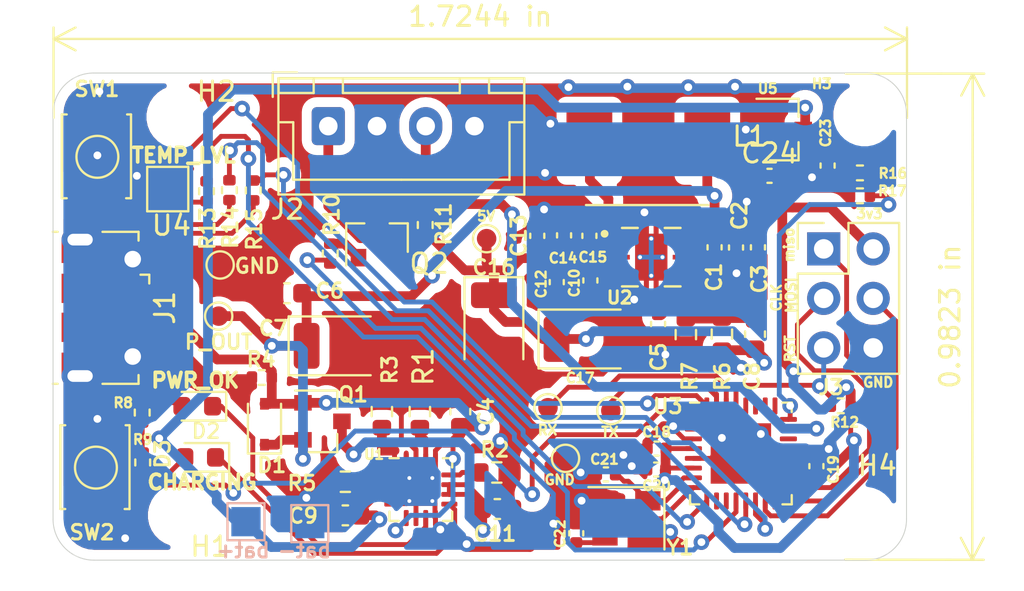
<source format=kicad_pcb>
(kicad_pcb (version 20171130) (host pcbnew "(5.1.10)-1")
  (layers (0 F.Cu signal) (31 B.Cu signal) (34 B.Paste user) (35 F.Paste user) (36 B.SilkS user) (37 F.SilkS user) (38 B.Mask user) (39 F.Mask user) (44 Edge.Cuts user))
  (net 0 "")
  (net 1 GND)
  (net 2 /PWR_OUT)
  (net 3 VBUS)
  (net 4 "Net-(C5-Pad1)")
  (net 5 "Net-(C8-Pad2)")
  (net 6 +5V)
  (net 7 /VBAT_OUT)
  (net 8 /controller/XTAL1)
  (net 9 /controller/XTAL2)
  (net 10 /~PGOOD)
  (net 11 "Net-(D2-Pad2)")
  (net 12 "Net-(D3-Pad2)")
  (net 13 /~CHRG)
  (net 14 /controller/HEATER_+VE)
  (net 15 /controller/RTD_+VE)
  (net 16 /controller/MISO)
  (net 17 /controller/CLK)
  (net 18 /controller/MOSI)
  (net 19 /controller/reset)
  (net 20 "Net-(Q2-Pad1)")
  (net 21 "Net-(R1-Pad1)")
  (net 22 "Net-(R2-Pad1)")
  (net 23 "Net-(R3-Pad1)")
  (net 24 "Net-(R5-Pad1)")
  (net 25 /controller/HEATER_PWM_PIN)
  (net 26 "Net-(R13-Pad2)")
  (net 27 /controller/LED_RED)
  (net 28 /controller/LED_GREEN)
  (net 29 "Net-(R14-Pad2)")
  (net 30 "Net-(R15-Pad2)")
  (net 31 /controller/LED_BLUE)
  (net 32 /controller/TEMP_LVL_BTN)
  (net 33 /controller/ON_OFF_BTN)
  (net 34 /controller/RXD)
  (net 35 /controller/TXD)
  (net 36 "Net-(L1-Pad2)")
  (net 37 vbat+)
  (net 38 +3V3)
  (net 39 "Net-(R16-Pad2)")
  (module MountingHole:MountingHole_2.2mm_M2_ISO14580 (layer F.Cu) (at 18.475 127.25)
    (fp_text reference H2 (at 1.975 -1.3) (layer F.SilkS))
    (fp_text value MountingHole)
    (pad 1 np_thru_hole circle (at 0 0) (size 2.2 2.2) (drill 2.2) (layers *.Cu *.Mask))
  )
  (module Resistor_SMD:R_0402_1005Metric (layer F.Cu) (at 52.5 142.075 180)
    (fp_text reference R12 (at -0.2 -0.85) (layer F.SilkS) (effects (font (size 0.5 0.5) (thickness 0.125))))
    (fp_text value 4.7K)
    (pad 2 smd roundrect (at 0.51 0 180) (size 0.54 0.64) (layers F.Cu F.Paste F.Mask) (net 19 /controller/reset))
    (pad 1 smd roundrect (at -0.51 0 180) (size 0.54 0.64) (layers F.Cu F.Paste F.Mask) (net 38 +3V3))
  )
  (module Capacitor_SMD:C_0402_1005Metric (layer F.Cu) (at 46.025 133.945 270)
    (fp_text reference C1 (at 1.53 0.025 90) (layer F.SilkS) (effects (font (size 0.75 0.75))))
    (fp_text value 10u)
    (pad 2 smd roundrect (at 0.48 0 270) (size 0.56 0.62) (layers F.Cu F.Paste F.Mask) (net 1 GND))
    (pad 1 smd roundrect (at -0.48 0 270) (size 0.56 0.62) (layers F.Cu F.Paste F.Mask) (net 2 /PWR_OUT))
  )
  (module Capacitor_SMD:C_0402_1005Metric (layer F.Cu) (at 47.125 133.955 270)
    (fp_text reference C2 (at -1.63 -0.175 90) (layer F.SilkS) (effects (font (size 0.75 0.75))))
    (fp_text value 10u)
    (pad 2 smd roundrect (at 0.48 0 270) (size 0.56 0.62) (layers F.Cu F.Paste F.Mask) (net 1 GND))
    (pad 1 smd roundrect (at -0.48 0 270) (size 0.56 0.62) (layers F.Cu F.Paste F.Mask) (net 2 /PWR_OUT))
  )
  (module Capacitor_SMD:C_0402_1005Metric (layer F.Cu) (at 48.25 133.945 270)
    (fp_text reference C3 (at 1.63 -0.075 90) (layer F.SilkS) (effects (font (size 0.75 0.75))))
    (fp_text value 10u)
    (pad 1 smd roundrect (at -0.48 0 270) (size 0.56 0.62) (layers F.Cu F.Paste F.Mask) (net 2 /PWR_OUT))
    (pad 2 smd roundrect (at 0.48 0 270) (size 0.56 0.62) (layers F.Cu F.Paste F.Mask) (net 1 GND))
  )
  (module Capacitor_SMD:C_0603_1608Metric (layer F.Cu) (at 32.975 142.375 90)
    (fp_text reference C4 (at 0 1.325 90) (layer F.SilkS) (effects (font (size 0.75 0.75))))
    (fp_text value 1u)
    (pad 1 smd roundrect (at -0.775 0 90) (size 0.9 0.95) (layers F.Cu F.Paste F.Mask) (net 3 VBUS))
    (pad 2 smd roundrect (at 0.775 0 90) (size 0.9 0.95) (layers F.Cu F.Paste F.Mask) (net 1 GND))
  )
  (module Capacitor_SMD:C_0402_1005Metric (layer F.Cu) (at 43.125 137.88 270)
    (fp_text reference C5 (at 1.695 -0.025 90) (layer F.SilkS) (effects (font (size 0.75 0.75))))
    (fp_text value 10n)
    (pad 1 smd roundrect (at -0.48 0 270) (size 0.56 0.62) (layers F.Cu F.Paste F.Mask) (net 4 "Net-(C5-Pad1)"))
    (pad 2 smd roundrect (at 0.48 0 270) (size 0.56 0.62) (layers F.Cu F.Paste F.Mask) (net 1 GND))
  )
  (module Capacitor_SMD:C_0603_1608Metric (layer F.Cu) (at 24.075 136.3 180)
    (fp_text reference C6 (at -2.2 0.125) (layer F.SilkS) (effects (font (size 0.75 0.75))))
    (fp_text value 4.7u)
    (pad 1 smd roundrect (at -0.775 0 180) (size 0.9 0.95) (layers F.Cu F.Paste F.Mask) (net 2 /PWR_OUT))
    (pad 2 smd roundrect (at 0.775 0 180) (size 0.9 0.95) (layers F.Cu F.Paste F.Mask) (net 1 GND))
  )
  (module Capacitor_Tantalum_SMD:CP_EIA-3528-21_Kemet-B (layer F.Cu) (at 26.625 139)
    (fp_text reference C7 (at -3.25 -0.9) (layer F.SilkS) (effects (font (size 0.75 0.75))))
    (fp_text value 100u)
    (pad 2 smd roundrect (at 1.5375 0) (size 1.325 2.35) (layers F.Cu F.Paste F.Mask) (roundrect_rratio 0.1886784905660377) (net 1 GND))
    (pad 1 smd roundrect (at -1.5375 0) (size 1.325 2.35) (layers F.Cu F.Paste F.Mask) (roundrect_rratio 0.1886784905660377) (net 2 /PWR_OUT))
  )
  (module Capacitor_SMD:C_0603_1608Metric (layer F.Cu) (at 48.1 138.4 90)
    (fp_text reference C8 (at -2.175 -0.15 90) (layer F.SilkS) (effects (font (size 0.75 0.75))))
    (fp_text value 18p)
    (pad 2 smd roundrect (at 0.775 0 90) (size 0.9 0.95) (layers F.Cu F.Paste F.Mask) (net 5 "Net-(C8-Pad2)"))
    (pad 1 smd roundrect (at -0.775 0 90) (size 0.9 0.95) (layers F.Cu F.Paste F.Mask) (net 6 +5V))
  )
  (module Capacitor_SMD:C_0603_1608Metric (layer F.Cu) (at 27.075 147.7 180)
    (fp_text reference C9 (at 2.15 -0.025) (layer F.SilkS) (effects (font (size 0.75 0.75))))
    (fp_text value 10u)
    (pad 2 smd roundrect (at 0.775 0 180) (size 0.9 0.95) (layers F.Cu F.Paste F.Mask) (net 1 GND))
    (pad 1 smd roundrect (at -0.775 0 180) (size 0.9 0.95) (layers F.Cu F.Paste F.Mask) (net 37 vbat+))
  )
  (module Capacitor_SMD:C_0402_1005Metric (layer F.Cu) (at 39.65 135.645 270)
    (fp_text reference C10 (at 0.13 0.825 90) (layer F.SilkS) (effects (font (size 0.5 0.5) (thickness 0.125))))
    (fp_text value 4.7u)
    (pad 1 smd roundrect (at -0.48 0 270) (size 0.56 0.62) (layers F.Cu F.Paste F.Mask) (net 6 +5V))
    (pad 2 smd roundrect (at 0.48 0 270) (size 0.56 0.62) (layers F.Cu F.Paste F.Mask) (net 1 GND))
  )
  (module Capacitor_SMD:C_0603_1608Metric (layer F.Cu) (at 34.875 147.375)
    (fp_text reference C11 (at -0.125 1.275) (layer F.SilkS) (effects (font (size 0.75 0.75))))
    (fp_text value 10u)
    (pad 1 smd roundrect (at -0.775 0) (size 0.9 0.95) (layers F.Cu F.Paste F.Mask) (net 7 /VBAT_OUT))
    (pad 2 smd roundrect (at 0.775 0) (size 0.9 0.95) (layers F.Cu F.Paste F.Mask) (net 1 GND))
  )
  (module Capacitor_SMD:C_0402_1005Metric (layer F.Cu) (at 37.925 135.73 270)
    (fp_text reference C12 (at 0.095 0.8 270) (layer F.SilkS) (effects (font (size 0.5 0.5) (thickness 0.125))))
    (fp_text value 4.7u)
    (pad 2 smd roundrect (at 0.48 0 270) (size 0.56 0.62) (layers F.Cu F.Paste F.Mask) (net 1 GND))
    (pad 1 smd roundrect (at -0.48 0 270) (size 0.56 0.62) (layers F.Cu F.Paste F.Mask) (net 6 +5V))
  )
  (module Capacitor_SMD:C_0402_1005Metric (layer F.Cu) (at 36.925 133.355 90)
    (fp_text reference C13 (at 0.005 -0.95 90) (layer F.SilkS) (effects (font (size 0.75 0.75))))
    (fp_text value 4.7u)
    (pad 1 smd roundrect (at -0.48 0 90) (size 0.56 0.62) (layers F.Cu F.Paste F.Mask) (net 6 +5V))
    (pad 2 smd roundrect (at 0.48 0 90) (size 0.56 0.62) (layers F.Cu F.Paste F.Mask) (net 1 GND))
  )
  (module Capacitor_SMD:C_0402_1005Metric (layer F.Cu) (at 38.3 133.33 90)
    (fp_text reference C14 (at -1.17 -0.05 180) (layer F.SilkS) (effects (font (size 0.5 0.5) (thickness 0.125))))
    (fp_text value 4.7u)
    (pad 2 smd roundrect (at 0.48 0 90) (size 0.56 0.62) (layers F.Cu F.Paste F.Mask) (net 1 GND))
    (pad 1 smd roundrect (at -0.48 0 90) (size 0.56 0.62) (layers F.Cu F.Paste F.Mask) (net 6 +5V))
  )
  (module Capacitor_SMD:C_0402_1005Metric (layer F.Cu) (at 39.6 133.355 90)
    (fp_text reference C15 (at -1.095 0.175 180) (layer F.SilkS) (effects (font (size 0.5 0.5) (thickness 0.125))))
    (fp_text value 4.7u)
    (pad 1 smd roundrect (at -0.48 0 90) (size 0.56 0.62) (layers F.Cu F.Paste F.Mask) (net 6 +5V))
    (pad 2 smd roundrect (at 0.48 0 90) (size 0.56 0.62) (layers F.Cu F.Paste F.Mask) (net 1 GND))
  )
  (module Capacitor_Tantalum_SMD:CP_EIA-3528-21_Kemet-B (layer F.Cu) (at 34.7 137.9375 270)
    (fp_text reference C16 (at -2.9625 0 180) (layer F.SilkS) (effects (font (size 0.75 0.75))))
    (fp_text value 100u)
    (pad 1 smd roundrect (at -1.5375 0 270) (size 1.325 2.35) (layers F.Cu F.Paste F.Mask) (roundrect_rratio 0.1886784905660377) (net 6 +5V))
    (pad 2 smd roundrect (at 1.5375 0 270) (size 1.325 2.35) (layers F.Cu F.Paste F.Mask) (roundrect_rratio 0.1886784905660377) (net 1 GND))
  )
  (module Capacitor_Tantalum_SMD:CP_EIA-3528-21_Kemet-B (layer F.Cu) (at 39.45 138.65)
    (fp_text reference C17 (at -0.325 2) (layer F.SilkS) (effects (font (size 0.5 0.5) (thickness 0.125))))
    (fp_text value 100u)
    (pad 1 smd roundrect (at -1.5375 0) (size 1.325 2.35) (layers F.Cu F.Paste F.Mask) (roundrect_rratio 0.1886784905660377) (net 6 +5V))
    (pad 2 smd roundrect (at 1.5375 0) (size 1.325 2.35) (layers F.Cu F.Paste F.Mask) (roundrect_rratio 0.1886784905660377) (net 1 GND))
  )
  (module Capacitor_SMD:C_0402_1005Metric (layer F.Cu) (at 43.05 144.275 180)
    (fp_text reference C18 (at 0 0.85) (layer F.SilkS) (effects (font (size 0.5 0.5) (thickness 0.125))))
    (fp_text value 100nF)
    (pad 1 smd roundrect (at -0.48 0 180) (size 0.56 0.62) (layers F.Cu F.Paste F.Mask) (net 38 +3V3))
    (pad 2 smd roundrect (at 0.48 0 180) (size 0.56 0.62) (layers F.Cu F.Paste F.Mask) (net 1 GND))
  )
  (module Capacitor_SMD:C_0402_1005Metric (layer F.Cu) (at 51.25 145.175 90)
    (fp_text reference C19 (at -0.175 0.875 90) (layer F.SilkS) (effects (font (size 0.5 0.5) (thickness 0.125))))
    (fp_text value 100nF)
    (pad 2 smd roundrect (at 0.48 0 90) (size 0.56 0.62) (layers F.Cu F.Paste F.Mask) (net 1 GND))
    (pad 1 smd roundrect (at -0.48 0 90) (size 0.56 0.62) (layers F.Cu F.Paste F.Mask) (net 38 +3V3))
  )
  (module Capacitor_SMD:C_0402_1005Metric (layer F.Cu) (at 43.03 145.35 180)
    (fp_text reference C20 (at -0.02 -0.825) (layer F.SilkS) (effects (font (size 0.5 0.5) (thickness 0.125))))
    (fp_text value 100nF)
    (pad 2 smd roundrect (at 0.48 0 180) (size 0.56 0.62) (layers F.Cu F.Paste F.Mask) (net 1 GND))
    (pad 1 smd roundrect (at -0.48 0 180) (size 0.56 0.62) (layers F.Cu F.Paste F.Mask) (net 38 +3V3))
  )
  (module Capacitor_SMD:C_0402_1005Metric (layer F.Cu) (at 40.45 145.6 180)
    (fp_text reference C21 (at 0.075 0.775) (layer F.SilkS) (effects (font (size 0.5 0.5) (thickness 0.125))))
    (fp_text value 22pF)
    (pad 1 smd roundrect (at -0.48 0 180) (size 0.56 0.62) (layers F.Cu F.Paste F.Mask) (net 8 /controller/XTAL1))
    (pad 2 smd roundrect (at 0.48 0 180) (size 0.56 0.62) (layers F.Cu F.Paste F.Mask) (net 1 GND))
  )
  (module Capacitor_SMD:C_0402_1005Metric (layer F.Cu) (at 38.925 148.62 90)
    (fp_text reference C22 (at -0.02 -0.825 90) (layer F.SilkS) (effects (font (size 0.5 0.5) (thickness 0.125))))
    (fp_text value 22pF)
    (pad 2 smd roundrect (at 0.48 0 90) (size 0.56 0.62) (layers F.Cu F.Paste F.Mask) (net 1 GND))
    (pad 1 smd roundrect (at -0.48 0 90) (size 0.56 0.62) (layers F.Cu F.Paste F.Mask) (net 9 /controller/XTAL2))
  )
  (module Diode_SMD:D_SOD-323 (layer F.Cu) (at 22.925 143.025 90)
    (fp_text reference D1 (at -2.1 0.375 180) (layer F.SilkS) (effects (font (size 0.75 0.75))))
    (fp_text value D_Schottky_Small)
    (pad 1 smd rect (at -1.05 0 90) (size 0.6 0.45) (layers F.Cu F.Paste F.Mask) (net 2 /PWR_OUT))
    (pad 2 smd rect (at 1.05 0 90) (size 0.6 0.45) (layers F.Cu F.Paste F.Mask) (net 3 VBUS))
  )
  (module LED_SMD:LED_0603_1608Metric (layer F.Cu) (at 19.475 142.1 180)
    (fp_text reference D2 (at -0.45 -1.275) (layer F.SilkS) (effects (font (size 0.75 0.75) (thickness 0.125))))
    (fp_text value GREEN)
    (pad 1 smd roundrect (at -0.7875 0 180) (size 0.875 0.95) (layers F.Cu F.Paste F.Mask) (net 10 /~PGOOD))
    (pad 2 smd roundrect (at 0.7875 0 180) (size 0.875 0.95) (layers F.Cu F.Paste F.Mask) (net 11 "Net-(D2-Pad2)"))
  )
  (module LED_SMD:LED_0603_1608Metric (layer F.Cu) (at 19.625 144.725 180)
    (fp_text reference D3 (at 1.925 0.175 270) (layer F.SilkS) (effects (font (size 0.75 0.75))))
    (fp_text value RED)
    (pad 2 smd roundrect (at 0.7875 0 180) (size 0.875 0.95) (layers F.Cu F.Paste F.Mask) (net 12 "Net-(D3-Pad2)"))
    (pad 1 smd roundrect (at -0.7875 0 180) (size 0.875 0.95) (layers F.Cu F.Paste F.Mask) (net 13 /~CHRG))
  )
  (module MountingHole:MountingHole_2.2mm_M2_ISO14580 (layer F.Cu) (at 18.55 147.7)
    (fp_text reference H1 (at 1.575 1.6) (layer F.SilkS))
    (fp_text value MountingHole)
    (pad 1 np_thru_hole circle (at 0 0) (size 2.2 2.2) (drill 2.2) (layers *.Cu *.Mask))
  )
  (module MountingHole:MountingHole_2.2mm_M2_ISO14580 (layer F.Cu) (at 53.725 127.15)
    (fp_text reference H3 (at -2.2 -1.6) (layer F.SilkS) (effects (font (size 0.5 0.5) (thickness 0.125))))
    (fp_text value MountingHole)
    (pad 1 np_thru_hole circle (at 0 0) (size 2.2 2.2) (drill 2.2) (layers *.Cu *.Mask))
  )
  (module MountingHole:MountingHole_2.2mm_M2_ISO14580 (layer F.Cu) (at 53.725 147.85)
    (fp_text reference H4 (at 0.65 -2.7) (layer F.SilkS))
    (fp_text value MountingHole)
    (pad 1 np_thru_hole circle (at 0 0) (size 2.2 2.2) (drill 2.2) (layers *.Cu *.Mask))
  )
  (module Connector_USB:USB_Micro-B_Molex-105017-0001 (layer F.Cu) (at 14.7 137.05 270)
    (fp_text reference J1 (at 0 -3.1125 90) (layer F.SilkS))
    (fp_text value USB_B_Micro)
    (pad 6 smd rect (at 1 1.2375 270) (size 1.5 1.9) (layers F.Cu F.Paste F.Mask) (net 1 GND))
    (pad 6 thru_hole circle (at -2.5 -1.4625 270) (size 1.45 1.45) (drill 0.85) (layers *.Cu *.Mask) (net 1 GND))
    (pad 2 smd rect (at -0.65 -1.4625 270) (size 0.4 1.35) (layers F.Cu F.Paste F.Mask))
    (pad 1 smd rect (at -1.3 -1.4625 270) (size 0.4 1.35) (layers F.Cu F.Paste F.Mask) (net 3 VBUS))
    (pad 5 smd rect (at 1.3 -1.4625 270) (size 0.4 1.35) (layers F.Cu F.Paste F.Mask) (net 1 GND))
    (pad 4 smd rect (at 0.65 -1.4625 270) (size 0.4 1.35) (layers F.Cu F.Paste F.Mask))
    (pad 3 smd rect (at 0 -1.4625 270) (size 0.4 1.35) (layers F.Cu F.Paste F.Mask))
    (pad 6 thru_hole circle (at 2.5 -1.4625 270) (size 1.45 1.45) (drill 0.85) (layers *.Cu *.Mask) (net 1 GND))
    (pad 6 smd rect (at -1 1.2375 270) (size 1.5 1.9) (layers F.Cu F.Paste F.Mask) (net 1 GND))
    (pad 6 thru_hole oval (at -3.5 1.2375 90) (size 1.2 1.9) (drill oval 0.6 1.3) (layers *.Cu *.Mask) (net 1 GND))
    (pad 6 thru_hole oval (at 3.5 1.2375 270) (size 1.2 1.9) (drill oval 0.6 1.3) (layers *.Cu *.Mask) (net 1 GND))
    (pad 6 smd rect (at 2.9 1.2375 270) (size 1.2 1.9) (layers F.Cu F.Mask) (net 1 GND))
    (pad 6 smd rect (at -2.9 1.2375 270) (size 1.2 1.9) (layers F.Cu F.Mask) (net 1 GND))
  )
  (module Connector_JST:JST_XH_B4B-XH-A_1x04_P2.50mm_Vertical (layer F.Cu) (at 26.2 127.725)
    (fp_text reference J2 (at -2.1 4.275) (layer F.SilkS))
    (fp_text value Conn_out)
    (pad 1 thru_hole roundrect (at 0 0) (size 1.7 1.95) (drill 0.95) (layers *.Cu *.Mask) (roundrect_rratio 0.1470588235294118) (net 14 /controller/HEATER_+VE))
    (pad 2 thru_hole oval (at 2.5 0) (size 1.7 1.95) (drill 0.95) (layers *.Cu *.Mask) (net 1 GND))
    (pad 3 thru_hole oval (at 5 0) (size 1.7 1.95) (drill 0.95) (layers *.Cu *.Mask) (net 15 /controller/RTD_+VE))
    (pad 4 thru_hole oval (at 7.5 0) (size 1.7 1.95) (drill 0.95) (layers *.Cu *.Mask) (net 1 GND))
  )
  (module Package_TO_SOT_SMD:SOT-23 (layer F.Cu) (at 25.9 142.875)
    (fp_text reference Q1 (at 1.575 -1.375) (layer F.SilkS) (effects (font (size 0.75 0.75))))
    (fp_text value FDN338P-NL)
    (pad 1 smd rect (at -1 -0.95) (size 0.9 0.8) (layers F.Cu F.Paste F.Mask) (net 3 VBUS))
    (pad 2 smd rect (at -1 0.95) (size 0.9 0.8) (layers F.Cu F.Paste F.Mask) (net 2 /PWR_OUT))
    (pad 3 smd rect (at 1 0) (size 0.9 0.8) (layers F.Cu F.Paste F.Mask) (net 7 /VBAT_OUT))
  )
  (module Package_TO_SOT_SMD:SOT-23 (layer F.Cu) (at 28.7 133.475 90)
    (fp_text reference Q2 (at -1.3 2.675 180) (layer F.SilkS))
    (fp_text value SI2304BDS-T1-GE3)
    (pad 3 smd rect (at 1 0 90) (size 0.9 0.8) (layers F.Cu F.Paste F.Mask) (net 6 +5V))
    (pad 2 smd rect (at -1 0.95 90) (size 0.9 0.8) (layers F.Cu F.Paste F.Mask) (net 14 /controller/HEATER_+VE))
    (pad 1 smd rect (at -1 -0.95 90) (size 0.9 0.8) (layers F.Cu F.Paste F.Mask) (net 20 "Net-(Q2-Pad1)"))
  )
  (module Resistor_SMD:R_0603_1608Metric (layer F.Cu) (at 30.9 142.375 90)
    (fp_text reference R1 (at 2.3 0.175 90) (layer F.SilkS))
    (fp_text value 50k)
    (pad 2 smd roundrect (at 0.825 0 90) (size 0.8 0.95) (layers F.Cu F.Paste F.Mask) (net 1 GND))
    (pad 1 smd roundrect (at -0.825 0 90) (size 0.8 0.95) (layers F.Cu F.Paste F.Mask) (net 21 "Net-(R1-Pad1)"))
  )
  (module Resistor_SMD:R_0603_1608Metric (layer F.Cu) (at 34.85 145.5)
    (fp_text reference R2 (at -0.1 -1.175) (layer F.SilkS) (effects (font (size 0.75 0.75))))
    (fp_text value 1.07k)
    (pad 2 smd roundrect (at 0.825 0) (size 0.8 0.95) (layers F.Cu F.Paste F.Mask) (net 1 GND))
    (pad 1 smd roundrect (at -0.825 0) (size 0.8 0.95) (layers F.Cu F.Paste F.Mask) (net 22 "Net-(R2-Pad1)"))
  )
  (module Resistor_SMD:R_0603_1608Metric (layer F.Cu) (at 28.95 142.375 90)
    (fp_text reference R3 (at 2.15 0.4 90) (layer F.SilkS) (effects (font (size 0.75 0.75))))
    (fp_text value 750R)
    (pad 1 smd roundrect (at -0.825 0 90) (size 0.8 0.95) (layers F.Cu F.Paste F.Mask) (net 23 "Net-(R3-Pad1)"))
    (pad 2 smd roundrect (at 0.825 0 90) (size 0.8 0.95) (layers F.Cu F.Paste F.Mask) (net 1 GND))
  )
  (module Resistor_SMD:R_0603_1608Metric (layer F.Cu) (at 27.075 145.975 180)
    (fp_text reference R5 (at 2.225 -0.075) (layer F.SilkS) (effects (font (size 0.75 0.75))))
    (fp_text value 10k)
    (pad 2 smd roundrect (at 0.825 0 180) (size 0.8 0.95) (layers F.Cu F.Paste F.Mask) (net 1 GND))
    (pad 1 smd roundrect (at -0.825 0 180) (size 0.8 0.95) (layers F.Cu F.Paste F.Mask) (net 24 "Net-(R5-Pad1)"))
  )
  (module Resistor_SMD:R_0603_1608Metric (layer F.Cu) (at 46.4 138.4 90)
    (fp_text reference R6 (at -2.175 0.025 90) (layer F.SilkS) (effects (font (size 0.75 0.75))))
    (fp_text value 402k)
    (pad 1 smd roundrect (at -0.825 0 90) (size 0.8 0.95) (layers F.Cu F.Paste F.Mask) (net 6 +5V))
    (pad 2 smd roundrect (at 0.825 0 90) (size 0.8 0.95) (layers F.Cu F.Paste F.Mask) (net 5 "Net-(C8-Pad2)"))
  )
  (module Resistor_SMD:R_0603_1608Metric (layer F.Cu) (at 44.55 138.425 270)
    (fp_text reference R7 (at 2.15 -0.2 90) (layer F.SilkS) (effects (font (size 0.75 0.75))))
    (fp_text value 100k)
    (pad 2 smd roundrect (at 0.825 0 270) (size 0.8 0.95) (layers F.Cu F.Paste F.Mask) (net 1 GND))
    (pad 1 smd roundrect (at -0.825 0 270) (size 0.8 0.95) (layers F.Cu F.Paste F.Mask) (net 5 "Net-(C8-Pad2)"))
  )
  (module Resistor_SMD:R_0402_1005Metric (layer F.Cu) (at 26.3 134.265 270)
    (fp_text reference R10 (at -1.99 -0.075 90) (layer F.SilkS) (effects (font (size 0.75 0.75))))
    (fp_text value 150R)
    (pad 1 smd roundrect (at -0.51 0 270) (size 0.54 0.64) (layers F.Cu F.Paste F.Mask) (net 20 "Net-(Q2-Pad1)"))
    (pad 2 smd roundrect (at 0.51 0 270) (size 0.54 0.64) (layers F.Cu F.Paste F.Mask) (net 25 /controller/HEATER_PWM_PIN))
  )
  (module Resistor_SMD:R_0402_1005Metric (layer F.Cu) (at 31.175 132.8 270)
    (fp_text reference R11 (at -0.05 -0.95 90) (layer F.SilkS) (effects (font (size 0.75 0.75))))
    (fp_text value 150R)
    (pad 1 smd roundrect (at -0.51 0 270) (size 0.54 0.64) (layers F.Cu F.Paste F.Mask) (net 15 /controller/RTD_+VE))
    (pad 2 smd roundrect (at 0.51 0 270) (size 0.54 0.64) (layers F.Cu F.Paste F.Mask) (net 6 +5V))
  )
  (module Resistor_SMD:R_0402_1005Metric (layer F.Cu) (at 19.95 131.065 270)
    (fp_text reference R13 (at 1.915 -0.05 90) (layer F.SilkS) (effects (font (size 0.75 0.75))))
    (fp_text value 1K)
    (pad 2 smd roundrect (at 0.51 0 270) (size 0.54 0.64) (layers F.Cu F.Paste F.Mask) (net 26 "Net-(R13-Pad2)"))
    (pad 1 smd roundrect (at -0.51 0 270) (size 0.54 0.64) (layers F.Cu F.Paste F.Mask) (net 27 /controller/LED_RED))
  )
  (module Resistor_SMD:R_0402_1005Metric (layer F.Cu) (at 21.125 131.01 270)
    (fp_text reference R14 (at 1.915 -0.05 90) (layer F.SilkS) (effects (font (size 0.75 0.75))))
    (fp_text value 1K)
    (pad 1 smd roundrect (at -0.51 0 270) (size 0.54 0.64) (layers F.Cu F.Paste F.Mask) (net 28 /controller/LED_GREEN))
    (pad 2 smd roundrect (at 0.51 0 270) (size 0.54 0.64) (layers F.Cu F.Paste F.Mask) (net 29 "Net-(R14-Pad2)"))
  )
  (module Resistor_SMD:R_0402_1005Metric (layer F.Cu) (at 22.35 131.025 270)
    (fp_text reference R15 (at 1.99 -0.05 90) (layer F.SilkS) (effects (font (size 0.75 0.75))))
    (fp_text value 1K)
    (pad 2 smd roundrect (at 0.51 0 270) (size 0.54 0.64) (layers F.Cu F.Paste F.Mask) (net 30 "Net-(R15-Pad2)"))
    (pad 1 smd roundrect (at -0.51 0 270) (size 0.54 0.64) (layers F.Cu F.Paste F.Mask) (net 31 /controller/LED_BLUE))
  )
  (module TestPoint:TestPoint_Pad_D1.0mm (layer F.Cu) (at 20.575 137.475)
    (fp_text reference P_OUT (at 0 1.325) (layer F.SilkS) (effects (font (size 0.75 0.75))))
    (fp_text value TestPoint)
    (pad 1 smd circle (at 0 0) (size 1 1) (layers F.Cu F.Mask) (net 2 /PWR_OUT))
  )
  (module TestPoint:TestPoint_Pad_D1.0mm (layer F.Cu) (at 20.65 134.85)
    (fp_text reference GND (at 1.9 0.05) (layer F.SilkS) (effects (font (size 0.75 0.75))))
    (fp_text value TestPoint)
    (pad 1 smd circle (at 0 0) (size 1 1) (layers F.Cu F.Mask) (net 1 GND))
  )
  (module TestPoint:TestPoint_Pad_D1.0mm (layer F.Cu) (at 38.375 144.775)
    (fp_text reference GND (at -0.3 1.1) (layer F.SilkS) (effects (font (size 0.5 0.5) (thickness 0.125))))
    (fp_text value TestPoint)
    (pad 1 smd circle (at 0 0) (size 1 1) (layers F.Cu F.Mask) (net 1 GND))
  )
  (module TestPoint:TestPoint_Pad_D1.0mm (layer F.Cu) (at 34.325 133.5)
    (fp_text reference 5V (at -0.025 -1.15) (layer F.SilkS) (effects (font (size 0.5 0.5) (thickness 0.125))))
    (fp_text value TestPoint)
    (pad 1 smd circle (at 0 0) (size 1 1) (layers F.Cu F.Mask) (net 6 +5V))
  )
  (module TestPoint:TestPoint_Pad_D1.0mm (layer F.Cu) (at 37.475 142.175)
    (fp_text reference RX (at -0.025 1.15) (layer F.SilkS) (effects (font (size 0.5 0.5) (thickness 0.125))))
    (fp_text value RX)
    (pad 1 smd circle (at 0 0) (size 1 1) (layers F.Cu F.Mask) (net 34 /controller/RXD))
  )
  (module TestPoint:TestPoint_Pad_D1.0mm (layer F.Cu) (at 40.7 142.325)
    (fp_text reference TX (at -0.05 1.1) (layer F.SilkS) (effects (font (size 0.5 0.5) (thickness 0.125))))
    (fp_text value TX)
    (pad 1 smd circle (at 0 0) (size 1 1) (layers F.Cu F.Mask) (net 35 /controller/TXD))
  )
  (module Package_DFN_QFN:VQFN-16-1EP_3x3mm_P0.5mm_EP1.68x1.68mm_ThermalVias (layer F.Cu) (at 30.95 146.375)
    (fp_text reference U1 (at -2.4 -1.8) (layer F.SilkS) (effects (font (size 0.5 0.5) (thickness 0.125))))
    (fp_text value BQ24075RGT)
    (pad 1 smd roundrect (at -1.4625 -0.75) (size 0.825 0.25) (layers F.Cu F.Paste F.Mask) (net 24 "Net-(R5-Pad1)"))
    (pad 2 smd roundrect (at -1.4625 -0.25) (size 0.825 0.25) (layers F.Cu F.Paste F.Mask) (net 37 vbat+))
    (pad 3 smd roundrect (at -1.4625 0.25) (size 0.825 0.25) (layers F.Cu F.Paste F.Mask) (net 37 vbat+))
    (pad 4 smd roundrect (at -1.4625 0.75) (size 0.825 0.25) (layers F.Cu F.Paste F.Mask) (net 1 GND))
    (pad 5 smd roundrect (at -0.75 1.4625) (size 0.25 0.825) (layers F.Cu F.Paste F.Mask) (net 3 VBUS))
    (pad 6 smd roundrect (at -0.25 1.4625) (size 0.25 0.825) (layers F.Cu F.Paste F.Mask) (net 1 GND))
    (pad 7 smd roundrect (at 0.25 1.4625) (size 0.25 0.825) (layers F.Cu F.Paste F.Mask) (net 10 /~PGOOD))
    (pad 8 smd roundrect (at 0.75 1.4625) (size 0.25 0.825) (layers F.Cu F.Paste F.Mask) (net 1 GND))
    (pad 9 smd roundrect (at 1.4625 0.75) (size 0.825 0.25) (layers F.Cu F.Paste F.Mask) (net 13 /~CHRG))
    (pad 10 smd roundrect (at 1.4625 0.25) (size 0.825 0.25) (layers F.Cu F.Paste F.Mask) (net 7 /VBAT_OUT))
    (pad 11 smd roundrect (at 1.4625 -0.25) (size 0.825 0.25) (layers F.Cu F.Paste F.Mask) (net 7 /VBAT_OUT))
    (pad 12 smd roundrect (at 1.4625 -0.75) (size 0.825 0.25) (layers F.Cu F.Paste F.Mask) (net 22 "Net-(R2-Pad1)"))
    (pad 13 smd roundrect (at 0.75 -1.4625) (size 0.25 0.825) (layers F.Cu F.Paste F.Mask) (net 3 VBUS))
    (pad 14 smd roundrect (at 0.25 -1.4625) (size 0.25 0.825) (layers F.Cu F.Paste F.Mask) (net 21 "Net-(R1-Pad1)"))
    (pad 15 smd roundrect (at -0.25 -1.4625) (size 0.25 0.825) (layers F.Cu F.Paste F.Mask) (net 1 GND))
    (pad 16 smd roundrect (at -0.75 -1.4625) (size 0.25 0.825) (layers F.Cu F.Paste F.Mask) (net 23 "Net-(R3-Pad1)"))
    (pad 17 smd rect (at 0 0) (size 1.68 1.68) (layers F.Cu F.Mask) (net 1 GND))
    (pad 17 thru_hole circle (at -0.59 -0.59) (size 0.5 0.5) (drill 0.2) (layers *.Cu) (net 1 GND))
    (pad 17 thru_hole circle (at 0.59 -0.59) (size 0.5 0.5) (drill 0.2) (layers *.Cu) (net 1 GND))
    (pad 17 thru_hole circle (at -0.59 0.59) (size 0.5 0.5) (drill 0.2) (layers *.Cu) (net 1 GND))
    (pad 17 thru_hole circle (at 0.59 0.59) (size 0.5 0.5) (drill 0.2) (layers *.Cu) (net 1 GND))
    (pad 17 smd rect (at 0 0) (size 1.68 1.68) (layers B.Cu) (net 1 GND))
  )
  (module greencharge-footprints:VREG_V62_16624-01YE (layer F.Cu) (at 42.775 134.45)
    (fp_text reference U2 (at -1.625 2.075) (layer F.SilkS) (effects (font (size 0.64 0.64))))
    (fp_text value TPS61230DRCR)
    (pad 1 smd roundrect (at -1.4 -1) (size 0.6 0.24) (layers F.Cu F.Paste) (roundrect_rratio 0.03) (net 36 "Net-(L1-Pad2)"))
    (pad 2 smd roundrect (at -1.4 -0.5) (size 0.6 0.24) (layers F.Cu F.Paste) (roundrect_rratio 0.03) (net 36 "Net-(L1-Pad2)"))
    (pad 3 smd roundrect (at -1.4 0) (size 0.6 0.24) (layers F.Cu F.Paste) (roundrect_rratio 0.03) (net 6 +5V))
    (pad 4 smd roundrect (at -1.4 0.5) (size 0.6 0.24) (layers F.Cu F.Paste) (roundrect_rratio 0.03) (net 6 +5V))
    (pad 5 smd roundrect (at -1.4 1) (size 0.6 0.24) (layers F.Cu F.Paste) (roundrect_rratio 0.03))
    (pad 6 smd roundrect (at 1.4 1) (size 0.6 0.24) (layers F.Cu F.Paste) (roundrect_rratio 0.03) (net 4 "Net-(C5-Pad1)"))
    (pad 7 smd roundrect (at 1.4 0.5) (size 0.6 0.24) (layers F.Cu F.Paste) (roundrect_rratio 0.03) (net 5 "Net-(C8-Pad2)"))
    (pad 8 smd roundrect (at 1.4 0) (size 0.6 0.24) (layers F.Cu F.Paste) (roundrect_rratio 0.03))
    (pad 9 smd roundrect (at 1.4 -0.5) (size 0.6 0.24) (layers F.Cu F.Paste) (roundrect_rratio 0.03) (net 2 /PWR_OUT))
    (pad 10 smd roundrect (at 1.4 -1) (size 0.6 0.24) (layers F.Cu F.Paste) (roundrect_rratio 0.03) (net 2 /PWR_OUT))
    (pad 11 smd custom (at 0 0) (size 1.65 2.4) (layers F.Cu) (net 1 GND) (options (clearance outline) (anchor rect)) (primitives (gr_poly (pts (xy -0.825 -1.2) (xy -0.375 -1.2) (xy -0.375 -1.7) (xy -0.125 -1.7) (xy -0.125 -1.2) (xy 0.125 -1.2) (xy 0.125 -1.7) (xy 0.375 -1.7) (xy 0.375 -1.2) (xy 0.825 -1.2) (xy 0.825 1.2) (xy 0.375 1.2) (xy 0.375 1.7) (xy 0.125 1.7) (xy 0.125 1.2) (xy -0.125 1.2) (xy -0.125 1.7) (xy -0.375 1.7) (xy -0.375 1.2) (xy -0.825 1.2)) (width 0.01))))
    (pad 12 thru_hole circle (at 0 0.95) (size 0.3 0.3) (drill 0.2) (layers *.Cu))
    (pad 13 thru_hole circle (at -0.575 0) (size 0.3 0.3) (drill 0.2) (layers *.Cu))
    (pad 14 thru_hole circle (at 0.575 0) (size 0.3 0.3) (drill 0.2) (layers *.Cu))
    (pad 15 thru_hole circle (at 0 -0.95) (size 0.3 0.3) (drill 0.2) (layers *.Cu))
  )
  (module Package_DFN_QFN:QFN-32-1EP_5x5mm_P0.5mm_EP3.1x3.1mm (layer F.Cu) (at 47.375 144.525)
    (fp_text reference U3 (at -3.75 -2.425) (layer F.SilkS) (effects (font (size 0.75 0.75))))
    (fp_text value ATmega328P-MU)
    (pad 1 smd roundrect (at -2.4375 -1.75) (size 0.875 0.25) (layers F.Cu F.Paste F.Mask) (net 33 /controller/ON_OFF_BTN))
    (pad 2 smd roundrect (at -2.4375 -1.25) (size 0.875 0.25) (layers F.Cu F.Paste F.Mask))
    (pad 3 smd roundrect (at -2.4375 -0.75) (size 0.875 0.25) (layers F.Cu F.Paste F.Mask) (net 1 GND))
    (pad 4 smd roundrect (at -2.4375 -0.25) (size 0.875 0.25) (layers F.Cu F.Paste F.Mask) (net 38 +3V3))
    (pad 5 smd roundrect (at -2.4375 0.25) (size 0.875 0.25) (layers F.Cu F.Paste F.Mask) (net 1 GND))
    (pad 6 smd roundrect (at -2.4375 0.75) (size 0.875 0.25) (layers F.Cu F.Paste F.Mask) (net 38 +3V3))
    (pad 7 smd roundrect (at -2.4375 1.25) (size 0.875 0.25) (layers F.Cu F.Paste F.Mask) (net 8 /controller/XTAL1))
    (pad 8 smd roundrect (at -2.4375 1.75) (size 0.875 0.25) (layers F.Cu F.Paste F.Mask) (net 9 /controller/XTAL2))
    (pad 9 smd roundrect (at -1.75 2.4375) (size 0.25 0.875) (layers F.Cu F.Paste F.Mask) (net 25 /controller/HEATER_PWM_PIN))
    (pad 10 smd roundrect (at -1.25 2.4375) (size 0.25 0.875) (layers F.Cu F.Paste F.Mask))
    (pad 11 smd roundrect (at -0.75 2.4375) (size 0.25 0.875) (layers F.Cu F.Paste F.Mask))
    (pad 12 smd roundrect (at -0.25 2.4375) (size 0.25 0.875) (layers F.Cu F.Paste F.Mask) (net 27 /controller/LED_RED))
    (pad 13 smd roundrect (at 0.25 2.4375) (size 0.25 0.875) (layers F.Cu F.Paste F.Mask) (net 28 /controller/LED_GREEN))
    (pad 14 smd roundrect (at 0.75 2.4375) (size 0.25 0.875) (layers F.Cu F.Paste F.Mask) (net 31 /controller/LED_BLUE))
    (pad 15 smd roundrect (at 1.25 2.4375) (size 0.25 0.875) (layers F.Cu F.Paste F.Mask) (net 18 /controller/MOSI))
    (pad 16 smd roundrect (at 1.75 2.4375) (size 0.25 0.875) (layers F.Cu F.Paste F.Mask) (net 16 /controller/MISO))
    (pad 17 smd roundrect (at 2.4375 1.75) (size 0.875 0.25) (layers F.Cu F.Paste F.Mask) (net 17 /controller/CLK))
    (pad 18 smd roundrect (at 2.4375 1.25) (size 0.875 0.25) (layers F.Cu F.Paste F.Mask) (net 38 +3V3))
    (pad 19 smd roundrect (at 2.4375 0.75) (size 0.875 0.25) (layers F.Cu F.Paste F.Mask))
    (pad 20 smd roundrect (at 2.4375 0.25) (size 0.875 0.25) (layers F.Cu F.Paste F.Mask))
    (pad 21 smd roundrect (at 2.4375 -0.25) (size 0.875 0.25) (layers F.Cu F.Paste F.Mask) (net 1 GND))
    (pad 22 smd roundrect (at 2.4375 -0.75) (size 0.875 0.25) (layers F.Cu F.Paste F.Mask))
    (pad 23 smd roundrect (at 2.4375 -1.25) (size 0.875 0.25) (layers F.Cu F.Paste F.Mask) (net 15 /controller/RTD_+VE))
    (pad 24 smd roundrect (at 2.4375 -1.75) (size 0.875 0.25) (layers F.Cu F.Paste F.Mask) (net 39 "Net-(R16-Pad2)"))
    (pad 25 smd roundrect (at 1.75 -2.4375) (size 0.25 0.875) (layers F.Cu F.Paste F.Mask))
    (pad 26 smd roundrect (at 1.25 -2.4375) (size 0.25 0.875) (layers F.Cu F.Paste F.Mask))
    (pad 27 smd roundrect (at 0.75 -2.4375) (size 0.25 0.875) (layers F.Cu F.Paste F.Mask))
    (pad 28 smd roundrect (at 0.25 -2.4375) (size 0.25 0.875) (layers F.Cu F.Paste F.Mask))
    (pad 29 smd roundrect (at -0.25 -2.4375) (size 0.25 0.875) (layers F.Cu F.Paste F.Mask) (net 19 /controller/reset))
    (pad 30 smd roundrect (at -0.75 -2.4375) (size 0.25 0.875) (layers F.Cu F.Paste F.Mask) (net 34 /controller/RXD))
    (pad 31 smd roundrect (at -1.25 -2.4375) (size 0.25 0.875) (layers F.Cu F.Paste F.Mask) (net 35 /controller/TXD))
    (pad 32 smd roundrect (at -1.75 -2.4375) (size 0.25 0.875) (layers F.Cu F.Paste F.Mask) (net 32 /controller/TEMP_LVL_BTN))
    (pad 33 smd rect (at 0 0) (size 3.1 3.1) (layers F.Cu F.Mask) (net 1 GND))
  )
  (module greencharge-footprints:EAST1616RGBA8 (layer F.Cu) (at 18.675 130.275 270)
    (fp_text reference U4 (at 2.55 0.525 180) (layer F.SilkS))
    (fp_text value EAST1616RGBA8)
    (pad 2 smd rect (at 0 0 270) (size 0.6 0.4) (layers F.Cu F.Paste F.Mask) (net 1 GND))
    (pad 1 smd rect (at 1.35 0 270) (size 0.6 0.4) (layers F.Cu F.Paste F.Mask) (net 26 "Net-(R13-Pad2)"))
    (pad 4 smd rect (at 0 0.725 270) (size 0.7 0.5) (layers F.Cu F.Paste F.Mask) (net 1 GND))
    (pad 3 smd rect (at 1.35 0.725 270) (size 0.7 0.5) (layers F.Cu F.Paste F.Mask) (net 29 "Net-(R14-Pad2)"))
    (pad 5 smd rect (at 1.35 1.45 270) (size 0.6 0.4) (layers F.Cu F.Paste F.Mask) (net 30 "Net-(R15-Pad2)"))
    (pad 6 smd rect (at 0 1.45 270) (size 0.6 0.4) (layers F.Cu F.Paste F.Mask) (net 1 GND))
  )
  (module Crystal:Crystal_SMD_EuroQuartz_MT-4Pin_3.2x2.5mm (layer F.Cu) (at 41.5 147.85 180)
    (fp_text reference Y1 (at -2.75 -1.5) (layer F.SilkS) (effects (font (size 0.75 0.75))))
    (fp_text value X322516MOB4SI)
    (pad 1 smd rect (at -1.1 0.9 180) (size 1.3 1) (layers F.Cu F.Paste F.Mask) (net 8 /controller/XTAL1))
    (pad 2 smd rect (at 1.1 0.9 180) (size 1.3 1) (layers F.Cu F.Paste F.Mask) (net 1 GND))
    (pad 3 smd rect (at 1.1 -0.9 180) (size 1.3 1) (layers F.Cu F.Paste F.Mask) (net 9 /controller/XTAL2))
    (pad 4 smd rect (at -1.1 -0.9 180) (size 1.3 1) (layers F.Cu F.Paste F.Mask) (net 1 GND))
  )
  (module greencharge-footprints:MWSA0518S-1R5MT (layer F.Cu) (at 45.65 128.475 180)
    (fp_text reference L1 (at -2.175 0.225) (layer F.SilkS))
    (fp_text value 1.5uH)
    (pad 1 smd rect (at 0 0 180) (size 2.35 3.5) (layers F.Cu F.Paste F.Mask) (net 2 /PWR_OUT))
    (pad 2 smd rect (at 6.05 0 180) (size 2.35 3.5) (layers F.Cu F.Paste F.Mask) (net 36 "Net-(L1-Pad2)"))
  )
  (module Resistor_SMD:R_0402_1005Metric (layer F.Cu) (at 16.65 142.425 90)
    (fp_text reference R8 (at 0.5 -0.975) (layer F.SilkS) (effects (font (size 0.5 0.5) (thickness 0.125))))
    (fp_text value 1k)
    (pad 2 smd roundrect (at 0.51 0 90) (size 0.54 0.64) (layers F.Cu F.Paste F.Mask) (net 11 "Net-(D2-Pad2)"))
    (pad 1 smd roundrect (at -0.51 0 90) (size 0.54 0.64) (layers F.Cu F.Paste F.Mask) (net 37 vbat+))
  )
  (module Resistor_SMD:R_0402_1005Metric (layer F.Cu) (at 16.675 144.985 270)
    (fp_text reference R9 (at -1.175 0 180) (layer F.SilkS) (effects (font (size 0.5 0.5) (thickness 0.125))))
    (fp_text value 1k)
    (pad 1 smd roundrect (at -0.51 0 270) (size 0.54 0.64) (layers F.Cu F.Paste F.Mask) (net 37 vbat+))
    (pad 2 smd roundrect (at 0.51 0 270) (size 0.54 0.64) (layers F.Cu F.Paste F.Mask) (net 12 "Net-(D3-Pad2)"))
  )
  (module Resistor_SMD:R_0402_1005Metric (layer F.Cu) (at 22.79 140.625 180)
    (fp_text reference R4 (at 0.04 0.925) (layer F.SilkS) (effects (font (size 0.75 0.75))))
    (fp_text value 10k)
    (pad 1 smd roundrect (at -0.51 0 180) (size 0.54 0.64) (layers F.Cu F.Paste F.Mask) (net 3 VBUS))
    (pad 2 smd roundrect (at 0.51 0 180) (size 0.54 0.64) (layers F.Cu F.Paste F.Mask) (net 1 GND))
  )
  (module Connector_PinHeader_2.54mm:PinHeader_2x03_P2.54mm_Vertical (layer F.Cu) (at 51.625 134.025)
    (fp_text reference J3 (at 0.375 7.1) (layer F.SilkS) (effects (font (size 0.75 0.75))))
    (fp_text value ICSP_HEADER)
    (pad 1 thru_hole rect (at 0 0) (size 1.7 1.7) (drill 1) (layers *.Cu *.Mask) (net 16 /controller/MISO))
    (pad 2 thru_hole oval (at 2.54 0) (size 1.7 1.7) (drill 1) (layers *.Cu *.Mask) (net 38 +3V3))
    (pad 3 thru_hole oval (at 0 2.54) (size 1.7 1.7) (drill 1) (layers *.Cu *.Mask) (net 17 /controller/CLK))
    (pad 4 thru_hole oval (at 2.54 2.54) (size 1.7 1.7) (drill 1) (layers *.Cu *.Mask) (net 18 /controller/MOSI))
    (pad 5 thru_hole oval (at 0 5.08) (size 1.7 1.7) (drill 1) (layers *.Cu *.Mask) (net 19 /controller/reset))
    (pad 6 thru_hole oval (at 2.54 5.08) (size 1.7 1.7) (drill 1) (layers *.Cu *.Mask) (net 1 GND))
  )
  (module greencharge-footprints:SKRPACE010 (layer F.Cu) (at 14.375 129.275 90)
    (fp_text reference SW1 (at 3.45 -0.05 180) (layer F.SilkS) (effects (font (size 0.75 0.75))))
    (fp_text value SW_Push)
    (pad 3 smd rect (at -2.1 1.05 90) (size 1.05 0.65) (layers F.Cu F.Paste F.Mask))
    (pad 1 smd rect (at -2.1 -1.1 90) (size 1.05 0.65) (layers F.Cu F.Paste F.Mask) (net 32 /controller/TEMP_LVL_BTN))
    (pad 4 smd rect (at 2.05 1.05 90) (size 1.05 0.65) (layers F.Cu F.Paste F.Mask))
    (pad 2 smd rect (at 2.05 -1.1 90) (size 1.05 0.65) (layers F.Cu F.Paste F.Mask) (net 1 GND))
  )
  (module greencharge-footprints:SKRPACE010 (layer F.Cu) (at 14.3 145.225 90)
    (fp_text reference SW2 (at -3.35 -0.225 180) (layer F.SilkS) (effects (font (size 0.75 0.75))))
    (fp_text value SW_Push)
    (pad 2 smd rect (at 2.05 -1.1 90) (size 1.05 0.65) (layers F.Cu F.Paste F.Mask) (net 1 GND))
    (pad 4 smd rect (at 2.05 1.05 90) (size 1.05 0.65) (layers F.Cu F.Paste F.Mask))
    (pad 1 smd rect (at -2.1 -1.1 90) (size 1.05 0.65) (layers F.Cu F.Paste F.Mask) (net 33 /controller/ON_OFF_BTN))
    (pad 3 smd rect (at -2.1 1.05 90) (size 1.05 0.65) (layers F.Cu F.Paste F.Mask))
  )
  (module TestPoint:TestPoint_Pad_1.5x1.5mm (layer B.Cu) (at 21.975 148.025)
    (fp_text reference bat+ (at -0.15 1.475) (layer B.SilkS) (effects (font (size 0.75 0.75)) (justify mirror)))
    (fp_text value TestPoint)
    (pad 1 smd rect (at 0 0) (size 1.5 1.5) (layers B.Cu B.Mask) (net 37 vbat+))
  )
  (module TestPoint:TestPoint_Pad_1.5x1.5mm (layer B.Cu) (at 25.25 148.125)
    (fp_text reference bat- (at -0.275 1.375) (layer B.SilkS) (effects (font (size 0.75 0.75)) (justify mirror)))
    (fp_text value TestPoint)
    (pad 1 smd rect (at 0 0) (size 1.5 1.5) (layers B.Cu B.Mask) (net 1 GND))
  )
  (module Capacitor_SMD:C_0402_1005Metric (layer F.Cu) (at 51.825 129.75 270)
    (fp_text reference C23 (at -1.675 0.1 90) (layer F.SilkS) (effects (font (size 0.5 0.5) (thickness 0.125))))
    (fp_text value 10u)
    (pad 1 smd roundrect (at -0.48 0 270) (size 0.56 0.62) (layers F.Cu F.Paste F.Mask) (net 37 vbat+))
    (pad 2 smd roundrect (at 0.48 0 270) (size 0.56 0.62) (layers F.Cu F.Paste F.Mask) (net 1 GND))
  )
  (module Capacitor_SMD:C_0402_1005Metric (layer F.Cu) (at 48.845 130.275)
    (fp_text reference C24 (at 0 -1.16) (layer F.SilkS))
    (fp_text value 10u)
    (pad 2 smd roundrect (at 0.48 0) (size 0.56 0.62) (layers F.Cu F.Paste F.Mask) (net 1 GND))
    (pad 1 smd roundrect (at -0.48 0) (size 0.56 0.62) (layers F.Cu F.Paste F.Mask) (net 38 +3V3))
  )
  (module Resistor_SMD:R_0402_1005Metric (layer F.Cu) (at 53.485 130.125)
    (fp_text reference R16 (at 1.69 0.025) (layer F.SilkS) (effects (font (size 0.5 0.5) (thickness 0.125))))
    (fp_text value 1K)
    (pad 2 smd roundrect (at 0.51 0) (size 0.54 0.64) (layers F.Cu F.Paste F.Mask) (net 39 "Net-(R16-Pad2)"))
    (pad 1 smd roundrect (at -0.51 0) (size 0.54 0.64) (layers F.Cu F.Paste F.Mask) (net 37 vbat+))
  )
  (module Resistor_SMD:R_0402_1005Metric (layer F.Cu) (at 53.485 131.3 180)
    (fp_text reference R17 (at -1.665 0.25) (layer F.SilkS) (effects (font (size 0.5 0.5) (thickness 0.125))))
    (fp_text value 1K)
    (pad 1 smd roundrect (at -0.51 0 180) (size 0.54 0.64) (layers F.Cu F.Paste F.Mask) (net 39 "Net-(R16-Pad2)"))
    (pad 2 smd roundrect (at 0.51 0 180) (size 0.54 0.64) (layers F.Cu F.Paste F.Mask) (net 1 GND))
  )
  (module Package_TO_SOT_SMD:SOT-23 (layer F.Cu) (at 49.575 127.9)
    (fp_text reference U5 (at -0.825 -2.1) (layer F.SilkS) (effects (font (size 0.5 0.5) (thickness 0.125))))
    (fp_text value LM1117-3.3)
    (pad 1 smd rect (at -1 -0.95) (size 0.9 0.8) (layers F.Cu F.Paste F.Mask) (net 1 GND))
    (pad 2 smd rect (at -1 0.95) (size 0.9 0.8) (layers F.Cu F.Paste F.Mask) (net 38 +3V3))
    (pad 3 smd rect (at 1 0) (size 0.9 0.8) (layers F.Cu F.Paste F.Mask) (net 37 vbat+))
  )
  (gr_text MOSI (at 49.95 136.4 90) (layer F.SilkS) (effects (font (size 0.5 0.5) (thickness 0.125))))
  (gr_text GND (at 54.425 140.875) (layer F.SilkS) (effects (font (size 0.5 0.5) (thickness 0.125))))
  (gr_text RST (at 49.9 139.15 90) (layer F.SilkS) (effects (font (size 0.5 0.5) (thickness 0.125))))
  (gr_text CLK (at 49.2 136.525 90) (layer F.SilkS) (effects (font (size 0.5 0.5) (thickness 0.125))))
  (gr_text 3v3 (at 53.975 132.225) (layer F.SilkS) (effects (font (size 0.5 0.5) (thickness 0.125))))
  (gr_text miso (at 49.85 133.825 90) (layer F.SilkS) (effects (font (size 0.5 0.5) (thickness 0.125))))
  (dimension 24.950013 (width 0.12) (layer F.SilkS) (gr_text "24.950 mm" (at 60.530689 137.507809 89.94258942) (layer F.SilkS) (effects (font (size 1 1) (thickness 0.15)))) (feature1 (pts (xy 52.725 149.975) (xy 59.83461 149.982124))) (feature2 (pts (xy 52.75 125.025) (xy 59.85961 125.032124))) (crossbar (pts (xy 59.27319 125.031536) (xy 59.24819 149.981536))) (arrow1a (pts (xy 59.24819 149.981536) (xy 58.662898 148.854445))) (arrow1b (pts (xy 59.24819 149.981536) (xy 59.835739 148.85562))) (arrow2a (pts (xy 59.27319 125.031536) (xy 58.685641 126.157452))) (arrow2b (pts (xy 59.27319 125.031536) (xy 59.858482 126.158627))))
  (dimension 43.8 (width 0.12) (layer F.SilkS) (gr_text "43.800 mm" (at 34 121.98) (layer F.SilkS) (effects (font (size 1 1) (thickness 0.15)))) (feature1 (pts (xy 55.9 127.3) (xy 55.9 122.663579))) (feature2 (pts (xy 12.1 127.3) (xy 12.1 122.663579))) (crossbar (pts (xy 12.1 123.25) (xy 55.9 123.25))) (arrow1a (pts (xy 55.9 123.25) (xy 54.773496 123.836421))) (arrow1b (pts (xy 55.9 123.25) (xy 54.773496 122.663579))) (arrow2a (pts (xy 12.1 123.25) (xy 13.226504 123.836421))) (arrow2b (pts (xy 12.1 123.25) (xy 13.226504 122.663579))))
  (gr_text TEMP_LVL (at 18.775 129.225) (layer F.SilkS) (effects (font (size 0.75 0.75) (thickness 0.1875))))
  (gr_text CHARGING (at 19.725 146) (layer F.SilkS) (effects (font (size 0.75 0.75) (thickness 0.1875))))
  (gr_text PWR_OK (at 19.375 140.775) (layer F.SilkS) (effects (font (size 0.75 0.75) (thickness 0.1875))))
  (gr_line (start 55.875 147.9) (end 55.875 127.1) (layer Edge.Cuts) (width 0.05))
  (gr_arc (start 53.775 127.1) (end 55.875 127.1) (angle -90) (layer Edge.Cuts) (width 0.05))
  (gr_line (start 14.15 125) (end 53.775 125) (layer Edge.Cuts) (width 0.05))
  (gr_line (start 14.175 150) (end 53.775 150) (layer Edge.Cuts) (width 0.05))
  (gr_arc (start 53.775 147.9) (end 53.775 150) (angle -90) (layer Edge.Cuts) (width 0.05))
  (gr_line (start 12.075 147.9) (end 12.075 127.075) (layer Edge.Cuts) (width 0.05))
  (gr_arc (start 14.15 127.075) (end 14.15 125) (angle -90) (layer Edge.Cuts) (width 0.05))
  (gr_arc (start 14.175 147.9) (end 12.075 147.9) (angle -90) (layer Edge.Cuts) (width 0.05))
  (segment (start 42.2 134.45) (end 43.35 134.45) (width 0.25) (layer B.Cu) (net 0))
  (segment (start 42.775 133.5) (end 42.775 135.4) (width 0.25) (layer B.Cu) (net 0))
  (segment (start 30.7 146.125) (end 30.95 146.375) (width 0.25) (layer F.Cu) (net 1))
  (segment (start 30.7 144.9125) (end 30.7 146.125) (width 0.25) (layer F.Cu) (net 1))
  (segment (start 47.125 144.775) (end 47.375 144.525) (width 0.25) (layer F.Cu) (net 1))
  (segment (start 44.9375 144.775) (end 47.125 144.775) (width 0.25) (layer F.Cu) (net 1))
  (segment (start 47.625 144.275) (end 47.375 144.525) (width 0.25) (layer F.Cu) (net 1))
  (segment (start 49.8125 144.275) (end 47.625 144.275) (width 0.25) (layer F.Cu) (net 1))
  (segment (start 50.83 144.275) (end 51.25 144.695) (width 0.25) (layer F.Cu) (net 1))
  (segment (start 49.8125 144.275) (end 50.83 144.275) (width 0.25) (layer F.Cu) (net 1))
  (via (at 46.4 143.725) (size 0.8) (drill 0.4) (layers F.Cu B.Cu) (net 1))
  (segment (start 47.2 144.525) (end 46.4 143.725) (width 0.25) (layer F.Cu) (net 1))
  (segment (start 47.375 144.525) (end 47.2 144.525) (width 0.25) (layer F.Cu) (net 1))
  (segment (start 41.95 145.35) (end 41.775 145.175) (width 0.5) (layer F.Cu) (net 1))
  (segment (start 42.55 145.35) (end 41.95 145.35) (width 0.5) (layer F.Cu) (net 1))
  (via (at 41.775 145.175) (size 0.8) (drill 0.4) (layers F.Cu B.Cu) (net 1))
  (via (at 43.5 139.45) (size 0.8) (drill 0.4) (layers F.Cu B.Cu) (net 1))
  (segment (start 43.7 139.25) (end 43.5 139.45) (width 0.5) (layer F.Cu) (net 1))
  (segment (start 44.55 139.25) (end 43.7 139.25) (width 0.5) (layer F.Cu) (net 1))
  (segment (start 43.125 139.075) (end 43.5 139.45) (width 0.5) (layer F.Cu) (net 1))
  (segment (start 43.125 138.36) (end 43.125 139.075) (width 0.5) (layer F.Cu) (net 1))
  (via (at 48.4 143.525) (size 0.8) (drill 0.4) (layers F.Cu B.Cu) (net 1))
  (segment (start 47.4 144.525) (end 48.4 143.525) (width 0.5) (layer F.Cu) (net 1))
  (segment (start 47.375 144.525) (end 47.4 144.525) (width 0.5) (layer F.Cu) (net 1))
  (segment (start 51.25 144.695) (end 51.482893 144.695) (width 0.25) (layer F.Cu) (net 1))
  (via (at 51.881547 144.296346) (size 0.8) (drill 0.4) (layers F.Cu B.Cu) (net 1))
  (segment (start 51.482893 144.695) (end 51.881547 144.296346) (width 0.25) (layer F.Cu) (net 1))
  (segment (start 43.409963 143.125037) (end 43.899954 143.125037) (width 0.5) (layer F.Cu) (net 1))
  (segment (start 42.57 143.965) (end 43.409963 143.125037) (width 0.5) (layer F.Cu) (net 1))
  (via (at 43.899954 143.125037) (size 0.8) (drill 0.4) (layers F.Cu B.Cu) (net 1))
  (segment (start 42.57 144.275) (end 42.57 143.965) (width 0.5) (layer F.Cu) (net 1))
  (segment (start 44.451978 143.775) (end 43.899954 143.222976) (width 0.25) (layer F.Cu) (net 1))
  (segment (start 43.899954 143.222976) (end 43.899954 143.125037) (width 0.25) (layer F.Cu) (net 1))
  (segment (start 44.9375 143.775) (end 44.451978 143.775) (width 0.25) (layer F.Cu) (net 1))
  (segment (start 41.671939 144.275) (end 41.346929 144.60001) (width 0.5) (layer F.Cu) (net 1))
  (via (at 41.346929 144.60001) (size 0.8) (drill 0.4) (layers F.Cu B.Cu) (net 1))
  (segment (start 42.57 144.275) (end 41.671939 144.275) (width 0.5) (layer F.Cu) (net 1))
  (segment (start 30.22501 147.09999) (end 30.95 146.375) (width 0.25) (layer F.Cu) (net 1))
  (segment (start 29.51251 147.09999) (end 30.22501 147.09999) (width 0.25) (layer F.Cu) (net 1))
  (segment (start 29.4875 147.125) (end 29.51251 147.09999) (width 0.25) (layer F.Cu) (net 1))
  (segment (start 30.7 146.625) (end 30.95 146.375) (width 0.25) (layer F.Cu) (net 1))
  (segment (start 30.7 147.8375) (end 30.7 146.625) (width 0.25) (layer F.Cu) (net 1))
  (via (at 31.95 148.425) (size 0.8) (drill 0.4) (layers F.Cu B.Cu) (net 1))
  (segment (start 31.7 148.175) (end 31.95 148.425) (width 0.25) (layer F.Cu) (net 1))
  (segment (start 31.7 147.8375) (end 31.7 148.175) (width 0.25) (layer F.Cu) (net 1))
  (segment (start 31.67499 147.09999) (end 30.95 146.375) (width 0.25) (layer F.Cu) (net 1))
  (segment (start 31.67499 147.81249) (end 31.67499 147.09999) (width 0.25) (layer F.Cu) (net 1))
  (segment (start 31.7 147.8375) (end 31.67499 147.81249) (width 0.25) (layer F.Cu) (net 1))
  (segment (start 26.3 146.025) (end 26.25 145.975) (width 0.5) (layer F.Cu) (net 1))
  (via (at 25.075 146.8) (size 0.8) (drill 0.4) (layers F.Cu B.Cu) (net 1))
  (segment (start 25.1 146.775) (end 25.075 146.8) (width 0.5) (layer F.Cu) (net 1))
  (segment (start 26.3 146.775) (end 25.1 146.775) (width 0.5) (layer F.Cu) (net 1))
  (segment (start 26.3 147.7) (end 26.3 146.775) (width 0.5) (layer F.Cu) (net 1))
  (segment (start 26.3 146.775) (end 26.3 146.025) (width 0.5) (layer F.Cu) (net 1))
  (segment (start 25.075 147.95) (end 25.25 148.125) (width 0.5) (layer B.Cu) (net 1))
  (segment (start 25.075 146.8) (end 25.075 147.95) (width 0.5) (layer B.Cu) (net 1))
  (via (at 16.375 130.275) (size 0.8) (drill 0.4) (layers F.Cu B.Cu) (net 1))
  (segment (start 17.225 130.275) (end 16.375 130.275) (width 0.5) (layer F.Cu) (net 1))
  (segment (start 17.95 130.275) (end 17.225 130.275) (width 0.5) (layer F.Cu) (net 1))
  (segment (start 18.675 130.275) (end 17.95 130.275) (width 0.5) (layer F.Cu) (net 1))
  (segment (start 51.881547 144.296346) (end 51.881547 143.943453) (width 0.5) (layer B.Cu) (net 1))
  (segment (start 51.881547 143.943453) (end 54.425 141.4) (width 0.5) (layer B.Cu) (net 1))
  (segment (start 54.425 139.365) (end 54.165 139.105) (width 0.5) (layer B.Cu) (net 1))
  (segment (start 54.425 141.4) (end 54.425 139.365) (width 0.5) (layer B.Cu) (net 1))
  (segment (start 48.4 143.525) (end 49.2 144.325) (width 0.5) (layer B.Cu) (net 1))
  (segment (start 51.852893 144.325) (end 51.881547 144.296346) (width 0.5) (layer B.Cu) (net 1))
  (segment (start 49.2 144.325) (end 51.852893 144.325) (width 0.5) (layer B.Cu) (net 1))
  (segment (start 43.5 139.45) (end 44.275 139.45) (width 0.5) (layer B.Cu) (net 1))
  (via (at 47.375 140.125) (size 0.8) (drill 0.4) (layers F.Cu B.Cu) (net 1))
  (segment (start 44.95 140.125) (end 47.375 140.125) (width 0.5) (layer B.Cu) (net 1))
  (segment (start 44.275 139.45) (end 44.95 140.125) (width 0.5) (layer B.Cu) (net 1))
  (via (at 33.3 149.175) (size 0.8) (drill 0.4) (layers F.Cu B.Cu) (net 1))
  (segment (start 30.7 144.9125) (end 30.7 144.3) (width 0.25) (layer F.Cu) (net 1))
  (segment (start 30.3864 144.04999) (end 30.24999 144.04999) (width 0.25) (layer F.Cu) (net 1))
  (segment (start 30.7 144.36359) (end 30.3864 144.04999) (width 0.25) (layer F.Cu) (net 1))
  (segment (start 30.7 144.9125) (end 30.7 144.36359) (width 0.25) (layer F.Cu) (net 1))
  (segment (start 30.24999 144.04999) (end 29.95 143.75) (width 0.25) (layer F.Cu) (net 1))
  (segment (start 29.95 143.75) (end 29.95 142) (width 0.25) (layer F.Cu) (net 1))
  (segment (start 30.4 141.55) (end 30.9 141.55) (width 0.25) (layer F.Cu) (net 1))
  (segment (start 29.95 142) (end 30.4 141.55) (width 0.25) (layer F.Cu) (net 1))
  (via (at 37.275 132) (size 0.8) (drill 0.4) (layers F.Cu B.Cu) (net 1))
  (segment (start 36.925 132.35) (end 37.275 132) (width 0.25) (layer F.Cu) (net 1))
  (segment (start 36.925 132.875) (end 36.925 132.35) (width 0.25) (layer F.Cu) (net 1))
  (via (at 37.325 130.125) (size 0.8) (drill 0.4) (layers F.Cu B.Cu) (net 1))
  (segment (start 37.275 130.175) (end 37.325 130.125) (width 0.25) (layer F.Cu) (net 1))
  (segment (start 37.275 132) (end 37.275 130.175) (width 0.25) (layer F.Cu) (net 1))
  (segment (start 42.775 134.45) (end 42.775 134.225) (width 0.25) (layer F.Cu) (net 1))
  (via (at 41.9 136.625) (size 0.8) (drill 0.4) (layers F.Cu B.Cu) (net 1))
  (segment (start 42.00001 136.52499) (end 41.9 136.625) (width 0.25) (layer F.Cu) (net 1))
  (segment (start 42.00001 135.352992) (end 42.00001 136.52499) (width 0.25) (layer F.Cu) (net 1))
  (segment (start 42.775 134.578002) (end 42.00001 135.352992) (width 0.25) (layer F.Cu) (net 1))
  (segment (start 42.775 134.225) (end 42.775 134.578002) (width 0.25) (layer F.Cu) (net 1))
  (via (at 43.75 148.55) (size 0.8) (drill 0.4) (layers F.Cu B.Cu) (net 1))
  (segment (start 43.55 148.75) (end 43.75 148.55) (width 0.25) (layer F.Cu) (net 1))
  (segment (start 42.6 148.75) (end 43.55 148.75) (width 0.25) (layer F.Cu) (net 1))
  (segment (start 16.1625 138.35) (end 16.1625 139.55) (width 0.25) (layer F.Cu) (net 1))
  (segment (start 40.9875 138.65) (end 40.9875 139.7375) (width 0.25) (layer F.Cu) (net 1))
  (segment (start 40.9875 139.7375) (end 40.275 140.45) (width 0.25) (layer F.Cu) (net 1))
  (segment (start 40.275 140.45) (end 36.775 140.45) (width 0.25) (layer F.Cu) (net 1))
  (segment (start 36.775 140.45) (end 36 141.225) (width 0.25) (layer F.Cu) (net 1))
  (segment (start 36 141.225) (end 36 142.8) (width 0.25) (layer F.Cu) (net 1))
  (via (at 35.025 143.875) (size 0.8) (drill 0.4) (layers F.Cu B.Cu) (net 1))
  (segment (start 35.025 143.775) (end 35.025 143.875) (width 0.25) (layer F.Cu) (net 1))
  (segment (start 36 142.8) (end 35.025 143.775) (width 0.25) (layer F.Cu) (net 1))
  (segment (start 39.251606 145.6) (end 39.15 145.498394) (width 0.5) (layer F.Cu) (net 1))
  (segment (start 40.4 146.95) (end 39.201616 146.95) (width 0.5) (layer F.Cu) (net 1))
  (segment (start 39.97 145.6) (end 39.251606 145.6) (width 0.5) (layer F.Cu) (net 1))
  (segment (start 39.098394 145.498394) (end 39.15 145.498394) (width 0.5) (layer F.Cu) (net 1))
  (segment (start 38.375 144.775) (end 39.098394 145.498394) (width 0.5) (layer F.Cu) (net 1))
  (segment (start 39.201616 146.95) (end 39.200021 146.948405) (width 0.5) (layer F.Cu) (net 1))
  (via (at 39.15 145.498394) (size 0.8) (drill 0.4) (layers F.Cu B.Cu) (net 1))
  (via (at 39.200021 146.948405) (size 0.8) (drill 0.4) (layers F.Cu B.Cu) (net 1))
  (segment (start 36.225 145.075) (end 36.425 145.275) (width 0.25) (layer B.Cu) (net 1))
  (segment (start 35.025 143.875) (end 36.225 145.075) (width 0.25) (layer B.Cu) (net 1))
  (segment (start 42.775 134.45) (end 42.775 134.325) (width 0.25) (layer F.Cu) (net 1))
  (segment (start 42.299999 133.849999) (end 42.299999 132.775001) (width 0.25) (layer F.Cu) (net 1))
  (segment (start 42.775 134.325) (end 42.299999 133.849999) (width 0.25) (layer F.Cu) (net 1))
  (via (at 42.425 132.15) (size 0.8) (drill 0.4) (layers F.Cu B.Cu) (net 1))
  (segment (start 42.425 132.65) (end 42.425 132.15) (width 0.25) (layer F.Cu) (net 1))
  (segment (start 42.299999 132.775001) (end 42.425 132.65) (width 0.25) (layer F.Cu) (net 1))
  (via (at 14.45 125.95) (size 0.8) (drill 0.4) (layers F.Cu B.Cu) (net 1))
  (via (at 14.35 129.225) (size 0.8) (drill 0.4) (layers F.Cu B.Cu) (net 1))
  (via (at 14.35 142.75) (size 0.8) (drill 0.4) (layers F.Cu B.Cu) (net 1))
  (via (at 15.775 148.875) (size 0.8) (drill 0.4) (layers F.Cu B.Cu) (net 1))
  (via (at 38.525 125.725) (size 0.8) (drill 0.4) (layers F.Cu B.Cu) (net 1))
  (via (at 41.55 125.7) (size 0.8) (drill 0.4) (layers F.Cu B.Cu) (net 1))
  (via (at 44.675 125.725) (size 0.8) (drill 0.4) (layers F.Cu B.Cu) (net 1))
  (via (at 47.075 125.7) (size 0.8) (drill 0.4) (layers F.Cu B.Cu) (net 1))
  (via (at 37.6 127.6) (size 0.8) (drill 0.4) (layers F.Cu B.Cu) (net 1))
  (via (at 47.625 127.9) (size 0.8) (drill 0.4) (layers F.Cu B.Cu) (net 1))
  (via (at 47.675 131.6) (size 0.8) (drill 0.4) (layers F.Cu B.Cu) (net 1))
  (via (at 51.025 130.35) (size 0.8) (drill 0.4) (layers F.Cu B.Cu) (net 1))
  (segment (start 50.95 130.275) (end 51.025 130.35) (width 0.5) (layer F.Cu) (net 1))
  (segment (start 49.325 130.275) (end 50.95 130.275) (width 0.5) (layer F.Cu) (net 1))
  (segment (start 51.025 130.35) (end 51.5 130.35) (width 0.5) (layer B.Cu) (net 1))
  (via (at 47.15 135.275) (size 0.8) (drill 0.4) (layers F.Cu B.Cu) (net 1))
  (segment (start 47.125 134.435) (end 47.125 135.25) (width 0.5) (layer F.Cu) (net 1))
  (segment (start 47.125 135.25) (end 47.15 135.275) (width 0.5) (layer F.Cu) (net 1))
  (segment (start 46.5 132.15) (end 42.425 132.15) (width 0.5) (layer B.Cu) (net 1))
  (segment (start 47.15 132.8) (end 46.5 132.15) (width 0.5) (layer B.Cu) (net 1))
  (segment (start 47.15 135.275) (end 47.15 132.8) (width 0.5) (layer B.Cu) (net 1))
  (via (at 37.750001 148.125) (size 0.8) (drill 0.4) (layers F.Cu B.Cu) (net 1))
  (segment (start 37.750001 147.559315) (end 37.750001 148.125) (width 0.25) (layer B.Cu) (net 1))
  (segment (start 37.765001 148.14) (end 37.750001 148.125) (width 0.5) (layer F.Cu) (net 1))
  (segment (start 37.750001 146.600001) (end 37.750001 147.559315) (width 0.25) (layer B.Cu) (net 1))
  (segment (start 31.95 148.425) (end 32.7 149.175) (width 0.25) (layer B.Cu) (net 1))
  (segment (start 36.4 148.125) (end 37.750001 148.125) (width 0.5) (layer F.Cu) (net 1))
  (segment (start 36.700001 149.175) (end 37.750001 148.125) (width 0.25) (layer B.Cu) (net 1))
  (segment (start 36.225 145.075) (end 37.750001 146.600001) (width 0.25) (layer B.Cu) (net 1))
  (segment (start 33.45 149.325) (end 36.550001 149.325) (width 0.5) (layer F.Cu) (net 1))
  (segment (start 32.7 149.175) (end 36.700001 149.175) (width 0.25) (layer B.Cu) (net 1))
  (segment (start 33.3 149.175) (end 33.45 149.325) (width 0.5) (layer F.Cu) (net 1))
  (segment (start 36.550001 149.325) (end 37.750001 148.125) (width 0.5) (layer F.Cu) (net 1))
  (segment (start 38.925 148.14) (end 37.765001 148.14) (width 0.5) (layer F.Cu) (net 1))
  (segment (start 35.65 147.375) (end 36.4 148.125) (width 0.5) (layer F.Cu) (net 1))
  (segment (start 22.925 144.075) (end 23.55 144.075) (width 0.5) (layer F.Cu) (net 2))
  (segment (start 23.8 143.825) (end 24.9 143.825) (width 0.5) (layer F.Cu) (net 2))
  (segment (start 23.55 144.075) (end 23.8 143.825) (width 0.5) (layer F.Cu) (net 2))
  (segment (start 25.0875 136.3125) (end 25 136.225) (width 0.5) (layer F.Cu) (net 2))
  (segment (start 47.115 133.465) (end 47.125 133.475) (width 0.5) (layer F.Cu) (net 2))
  (segment (start 46.025 133.465) (end 47.115 133.465) (width 0.5) (layer F.Cu) (net 2))
  (segment (start 48.24 133.475) (end 48.25 133.465) (width 0.5) (layer F.Cu) (net 2))
  (segment (start 47.125 133.475) (end 48.24 133.475) (width 0.5) (layer F.Cu) (net 2))
  (segment (start 46.025 133.465) (end 45.135 133.465) (width 0.5) (layer F.Cu) (net 2))
  (segment (start 45.135 133.465) (end 45.15 133.48) (width 0.5) (layer F.Cu) (net 2))
  (segment (start 45.15 133.48) (end 45.15 133.85) (width 0.5) (layer F.Cu) (net 2))
  (segment (start 44.175 133.45) (end 44.625 133.45) (width 0.25) (layer F.Cu) (net 2))
  (segment (start 44.655 133.48) (end 45.15 133.48) (width 0.25) (layer F.Cu) (net 2))
  (segment (start 44.625 133.45) (end 44.655 133.48) (width 0.25) (layer F.Cu) (net 2))
  (segment (start 45.05 133.95) (end 45.15 133.85) (width 0.25) (layer F.Cu) (net 2))
  (segment (start 44.175 133.95) (end 45.05 133.95) (width 0.25) (layer F.Cu) (net 2))
  (segment (start 25.0875 136.5375) (end 24.85 136.3) (width 0.5) (layer F.Cu) (net 2))
  (segment (start 25.0875 139) (end 25.0875 136.5375) (width 0.5) (layer F.Cu) (net 2))
  (segment (start 20.575 137.475) (end 21.775 137.475) (width 0.5) (layer F.Cu) (net 2))
  (segment (start 21.775 137.475) (end 23.3 139) (width 0.5) (layer F.Cu) (net 2))
  (segment (start 23.3 139) (end 25.0875 139) (width 0.5) (layer F.Cu) (net 2))
  (via (at 31.525 135.4) (size 0.8) (drill 0.4) (layers F.Cu B.Cu) (net 2))
  (via (at 24.9 144.8) (size 0.8) (drill 0.4) (layers F.Cu B.Cu) (net 2))
  (segment (start 24.9 143.825) (end 24.9 144.8) (width 0.5) (layer F.Cu) (net 2))
  (segment (start 24.9 144.8) (end 24.9 139.225) (width 0.5) (layer B.Cu) (net 2))
  (via (at 23.3 139) (size 0.8) (drill 0.4) (layers F.Cu B.Cu) (net 2))
  (segment (start 24.675 139) (end 23.3 139) (width 0.5) (layer B.Cu) (net 2))
  (segment (start 24.9 139.225) (end 24.675 139) (width 0.5) (layer B.Cu) (net 2))
  (segment (start 30.474999 136.450001) (end 31.525 135.4) (width 0.5) (layer F.Cu) (net 2))
  (segment (start 25.000001 136.450001) (end 30.474999 136.450001) (width 0.5) (layer F.Cu) (net 2))
  (segment (start 24.85 136.3) (end 25.000001 136.450001) (width 0.5) (layer F.Cu) (net 2))
  (segment (start 45.65 130.92499) (end 46.025 131.29999) (width 0.5) (layer F.Cu) (net 2))
  (segment (start 35.309314 131.050001) (end 45.775011 131.050001) (width 0.5) (layer B.Cu) (net 2))
  (via (at 46.025 131.29999) (size 0.8) (drill 0.4) (layers F.Cu B.Cu) (net 2))
  (segment (start 45.775011 131.050001) (end 46.025 131.29999) (width 0.5) (layer B.Cu) (net 2))
  (segment (start 46.025 133.465) (end 46.025 131.29999) (width 0.5) (layer F.Cu) (net 2))
  (segment (start 45.65 128.475) (end 45.65 130.92499) (width 0.5) (layer F.Cu) (net 2))
  (segment (start 31.525 135.4) (end 31.525 134.834315) (width 0.5) (layer B.Cu) (net 2))
  (segment (start 31.525 134.834315) (end 35.309314 131.050001) (width 0.5) (layer B.Cu) (net 2))
  (segment (start 24.85 141.975) (end 24.9 141.925) (width 0.5) (layer F.Cu) (net 3))
  (segment (start 23.3 140.625) (end 23.3 141.875) (width 0.5) (layer F.Cu) (net 3))
  (segment (start 23.3 141.875) (end 23.2 141.975) (width 0.5) (layer F.Cu) (net 3))
  (segment (start 23.2 141.975) (end 24.85 141.975) (width 0.5) (layer F.Cu) (net 3))
  (segment (start 22.925 141.975) (end 23.2 141.975) (width 0.5) (layer F.Cu) (net 3))
  (segment (start 24.9 141.925) (end 24.9 142.175) (width 0.5) (layer F.Cu) (net 3))
  (segment (start 31.7 144.9125) (end 31.7 144.375) (width 0.25) (layer F.Cu) (net 3))
  (segment (start 31.7 144.375) (end 32.1 143.975) (width 0.25) (layer F.Cu) (net 3))
  (segment (start 32.975 143.55) (end 32.55 143.975) (width 0.5) (layer F.Cu) (net 3))
  (segment (start 32.975 143.15) (end 32.975 143.55) (width 0.5) (layer F.Cu) (net 3))
  (segment (start 32.55 143.975) (end 32.1 143.975) (width 0.5) (layer F.Cu) (net 3))
  (via (at 26.1 141.925) (size 0.8) (drill 0.4) (layers F.Cu B.Cu) (net 3))
  (segment (start 24.9 141.925) (end 26.1 141.925) (width 0.5) (layer F.Cu) (net 3))
  (segment (start 16.1625 135.75) (end 18.4 135.75) (width 0.5) (layer F.Cu) (net 3))
  (segment (start 18.4 135.75) (end 18.825 136.175) (width 0.5) (layer F.Cu) (net 3))
  (segment (start 18.825 136.175) (end 18.825 138.025) (width 0.5) (layer F.Cu) (net 3))
  (segment (start 20.500011 139.700011) (end 22.695011 139.700011) (width 0.5) (layer F.Cu) (net 3))
  (segment (start 18.825 138.025) (end 20.500011 139.700011) (width 0.5) (layer F.Cu) (net 3))
  (segment (start 22.695011 139.700011) (end 23.3 140.305) (width 0.5) (layer F.Cu) (net 3))
  (segment (start 23.3 140.305) (end 23.3 140.625) (width 0.5) (layer F.Cu) (net 3))
  (segment (start 30.2 147.924969) (end 29.65 148.474969) (width 0.25) (layer F.Cu) (net 3))
  (segment (start 30.2 147.8375) (end 30.2 147.924969) (width 0.25) (layer F.Cu) (net 3))
  (via (at 29.65 148.474969) (size 0.8) (drill 0.4) (layers F.Cu B.Cu) (net 3))
  (via (at 32.6 144.8) (size 0.8) (drill 0.4) (layers F.Cu B.Cu) (net 3))
  (segment (start 32.975 143.15) (end 34.046512 143.15) (width 0.5) (layer F.Cu) (net 3))
  (segment (start 26.1 141.925) (end 32.821512 141.925) (width 0.5) (layer B.Cu) (net 3))
  (via (at 34.088557 143.192045) (size 0.8) (drill 0.4) (layers F.Cu B.Cu) (net 3))
  (segment (start 32.821512 141.925) (end 34.088557 143.192045) (width 0.5) (layer B.Cu) (net 3))
  (segment (start 34.046512 143.15) (end 34.088557 143.192045) (width 0.5) (layer F.Cu) (net 3))
  (segment (start 32.6 144.025) (end 32.55 143.975) (width 0.25) (layer F.Cu) (net 3))
  (segment (start 32.6 144.8) (end 32.6 144.025) (width 0.25) (layer F.Cu) (net 3))
  (segment (start 32.6 146.990002) (end 32.6 144.8) (width 0.25) (layer B.Cu) (net 3))
  (segment (start 31.890003 147.699999) (end 32.6 146.990002) (width 0.25) (layer B.Cu) (net 3))
  (segment (start 29.65 148.474969) (end 30.42497 147.699999) (width 0.25) (layer B.Cu) (net 3))
  (segment (start 30.42497 147.699999) (end 31.890003 147.699999) (width 0.25) (layer B.Cu) (net 3))
  (segment (start 43.125 137.4) (end 43.3 137.4) (width 0.5) (layer F.Cu) (net 4))
  (segment (start 43.3 137.4) (end 44.15 136.55) (width 0.5) (layer F.Cu) (net 4))
  (segment (start 44.15 136.55) (end 44.15 135.975) (width 0.5) (layer F.Cu) (net 4))
  (segment (start 44.175 135.95) (end 44.15 135.975) (width 0.25) (layer F.Cu) (net 4))
  (segment (start 44.175 135.45) (end 44.175 135.95) (width 0.25) (layer F.Cu) (net 4))
  (segment (start 44.175 134.95) (end 44.975 134.95) (width 0.25) (layer F.Cu) (net 5))
  (segment (start 46.375 137.6) (end 46.4 137.575) (width 0.5) (layer F.Cu) (net 5))
  (segment (start 44.55 137.6) (end 46.375 137.6) (width 0.5) (layer F.Cu) (net 5))
  (segment (start 48.05 137.575) (end 48.1 137.625) (width 0.5) (layer F.Cu) (net 5))
  (segment (start 46.4 137.575) (end 48.05 137.575) (width 0.5) (layer F.Cu) (net 5))
  (segment (start 44.975 134.95) (end 44.975 135.05) (width 0.5) (layer F.Cu) (net 5))
  (segment (start 46.35 136.425) (end 46.35 137.525) (width 0.5) (layer F.Cu) (net 5))
  (segment (start 44.975 135.05) (end 46.35 136.425) (width 0.5) (layer F.Cu) (net 5))
  (segment (start 46.35 137.525) (end 46.4 137.575) (width 0.5) (layer F.Cu) (net 5))
  (segment (start 39.65 133.885) (end 39.6 133.835) (width 0.5) (layer F.Cu) (net 6))
  (segment (start 37.925 135.25) (end 37.925 135.125) (width 0.5) (layer F.Cu) (net 6))
  (segment (start 38.3 134.75) (end 38.3 133.81) (width 0.5) (layer F.Cu) (net 6))
  (segment (start 37.925 135.125) (end 38.3 134.75) (width 0.5) (layer F.Cu) (net 6))
  (segment (start 36.925 133.835) (end 36.925 134.5) (width 0.5) (layer F.Cu) (net 6))
  (segment (start 37.175 134.75) (end 38.3 134.75) (width 0.5) (layer F.Cu) (net 6))
  (segment (start 36.925 134.5) (end 37.175 134.75) (width 0.5) (layer F.Cu) (net 6))
  (segment (start 39.625 134.75) (end 39.65 134.725) (width 0.5) (layer F.Cu) (net 6))
  (segment (start 38.3 134.75) (end 39.625 134.75) (width 0.5) (layer F.Cu) (net 6))
  (segment (start 39.65 134.725) (end 39.65 133.885) (width 0.5) (layer F.Cu) (net 6))
  (segment (start 39.65 135.165) (end 39.65 134.725) (width 0.5) (layer F.Cu) (net 6))
  (segment (start 40.7 134.95) (end 40.5 134.75) (width 0.25) (layer F.Cu) (net 6))
  (segment (start 41.375 134.95) (end 40.7 134.95) (width 0.25) (layer F.Cu) (net 6))
  (segment (start 40.913186 134.45) (end 40.813176 134.55001) (width 0.25) (layer F.Cu) (net 6))
  (segment (start 41.375 134.45) (end 40.913186 134.45) (width 0.25) (layer F.Cu) (net 6))
  (segment (start 40.59999 134.55001) (end 40.4 134.75) (width 0.25) (layer F.Cu) (net 6))
  (segment (start 40.813176 134.55001) (end 40.59999 134.55001) (width 0.25) (layer F.Cu) (net 6))
  (segment (start 40.4 134.75) (end 40.5 134.75) (width 0.5) (layer F.Cu) (net 6))
  (segment (start 39.625 134.75) (end 40.4 134.75) (width 0.5) (layer F.Cu) (net 6))
  (segment (start 40.59999 134.65001) (end 40.5 134.75) (width 0.25) (layer F.Cu) (net 6))
  (segment (start 40.59999 134.55001) (end 40.59999 134.65001) (width 0.25) (layer F.Cu) (net 6))
  (segment (start 37.9125 138.65) (end 37.225 138.65) (width 0.5) (layer F.Cu) (net 6))
  (segment (start 37.225 138.65) (end 36.35 137.775) (width 0.5) (layer F.Cu) (net 6))
  (segment (start 36.35 137.775) (end 35.3 137.775) (width 0.5) (layer F.Cu) (net 6))
  (segment (start 34.7 137.175) (end 34.7 136.4) (width 0.5) (layer F.Cu) (net 6))
  (segment (start 35.3 137.775) (end 34.7 137.175) (width 0.5) (layer F.Cu) (net 6))
  (segment (start 34.325 133.5) (end 34.325 134.75) (width 0.5) (layer F.Cu) (net 6))
  (segment (start 34.7 135.125) (end 34.7 136.4) (width 0.5) (layer F.Cu) (net 6))
  (segment (start 34.325 134.75) (end 34.7 135.125) (width 0.5) (layer F.Cu) (net 6))
  (segment (start 36.925 134.5) (end 36.1 134.5) (width 0.5) (layer F.Cu) (net 6))
  (segment (start 35.475 135.125) (end 34.7 135.125) (width 0.5) (layer F.Cu) (net 6))
  (segment (start 36.1 134.5) (end 35.475 135.125) (width 0.5) (layer F.Cu) (net 6))
  (segment (start 48.05 139.225) (end 48.1 139.175) (width 0.5) (layer F.Cu) (net 6))
  (segment (start 46.4 139.225) (end 48.05 139.225) (width 0.5) (layer F.Cu) (net 6))
  (via (at 39.425 138.65) (size 0.8) (drill 0.4) (layers F.Cu B.Cu) (net 6))
  (segment (start 37.9125 138.65) (end 39.425 138.65) (width 0.5) (layer F.Cu) (net 6))
  (segment (start 28.7 132.475) (end 29.75 132.475) (width 0.5) (layer F.Cu) (net 6))
  (segment (start 30.585 133.31) (end 31.175 133.31) (width 0.5) (layer F.Cu) (net 6))
  (segment (start 29.75 132.475) (end 30.585 133.31) (width 0.5) (layer F.Cu) (net 6))
  (segment (start 31.175 133.31) (end 31.385 133.31) (width 0.5) (layer F.Cu) (net 6))
  (segment (start 33.2 135.125) (end 34.7 135.125) (width 0.5) (layer F.Cu) (net 6))
  (segment (start 31.385 133.31) (end 33.2 135.125) (width 0.5) (layer F.Cu) (net 6))
  (segment (start 39.824999 138.250001) (end 46.949826 138.250001) (width 0.5) (layer B.Cu) (net 6))
  (segment (start 39.425 138.65) (end 39.824999 138.250001) (width 0.5) (layer B.Cu) (net 6))
  (segment (start 46.949826 138.250001) (end 48.571857 139.872032) (width 0.5) (layer B.Cu) (net 6))
  (segment (start 48.1 139.175) (end 48.571857 139.646857) (width 0.5) (layer F.Cu) (net 6))
  (segment (start 48.571857 139.646857) (end 48.571857 139.872032) (width 0.5) (layer F.Cu) (net 6))
  (via (at 48.571857 139.872032) (size 0.8) (drill 0.4) (layers F.Cu B.Cu) (net 6))
  (segment (start 32.4125 146.625) (end 33.525 146.625) (width 0.25) (layer F.Cu) (net 7))
  (segment (start 34.1 147.2) (end 34.1 147.375) (width 0.25) (layer F.Cu) (net 7))
  (segment (start 33.525 146.625) (end 34.1 147.2) (width 0.25) (layer F.Cu) (net 7))
  (via (at 27.497468 144.57501) (size 0.8) (drill 0.4) (layers F.Cu B.Cu) (net 7))
  (segment (start 26.9 142.875) (end 26.9 143.977542) (width 0.5) (layer F.Cu) (net 7))
  (segment (start 26.9 143.977542) (end 27.497468 144.57501) (width 0.5) (layer F.Cu) (net 7))
  (segment (start 34.1 148.41256) (end 34.13743 148.44999) (width 0.5) (layer F.Cu) (net 7))
  (segment (start 27.497468 144.57501) (end 28.12248 143.949998) (width 0.5) (layer B.Cu) (net 7))
  (segment (start 33.008002 143.949998) (end 33.450002 144.391998) (width 0.5) (layer B.Cu) (net 7))
  (via (at 34.13743 148.44999) (size 0.8) (drill 0.4) (layers F.Cu B.Cu) (net 7))
  (segment (start 34.1 147.375) (end 34.1 148.41256) (width 0.5) (layer F.Cu) (net 7))
  (segment (start 28.12248 143.949998) (end 33.008002 143.949998) (width 0.5) (layer B.Cu) (net 7))
  (segment (start 33.450002 144.391998) (end 33.450002 147.762562) (width 0.5) (layer B.Cu) (net 7))
  (segment (start 33.450002 147.762562) (end 34.13743 148.44999) (width 0.5) (layer B.Cu) (net 7))
  (segment (start 32.4125 146.625) (end 32.4125 146.125) (width 0.25) (layer F.Cu) (net 7))
  (segment (start 32.4125 146.125) (end 33.225 146.125) (width 0.25) (layer F.Cu) (net 7))
  (segment (start 33.525 146.425) (end 33.525 146.625) (width 0.25) (layer F.Cu) (net 7))
  (segment (start 33.225 146.125) (end 33.525 146.425) (width 0.25) (layer F.Cu) (net 7))
  (segment (start 33.525 146.425) (end 33.625 146.425) (width 0.25) (layer F.Cu) (net 7))
  (segment (start 34.1 146.9) (end 34.1 147.375) (width 0.25) (layer F.Cu) (net 7))
  (segment (start 33.625 146.425) (end 34.1 146.9) (width 0.25) (layer F.Cu) (net 7))
  (segment (start 40.93 145.6) (end 41.025 145.6) (width 0.25) (layer F.Cu) (net 8))
  (segment (start 41.025 145.6) (end 41.375 145.95) (width 0.25) (layer F.Cu) (net 8))
  (segment (start 41.6 145.95) (end 42.6 146.95) (width 0.25) (layer F.Cu) (net 8))
  (segment (start 41.375 145.95) (end 41.6 145.95) (width 0.25) (layer F.Cu) (net 8))
  (segment (start 42.6 146.95) (end 43.523004 146.95) (width 0.25) (layer F.Cu) (net 8))
  (segment (start 44.17499 146.298014) (end 44.17499 146.051988) (width 0.25) (layer F.Cu) (net 8))
  (segment (start 43.523004 146.95) (end 44.17499 146.298014) (width 0.25) (layer F.Cu) (net 8))
  (segment (start 44.17499 146.051988) (end 44.451978 145.775) (width 0.25) (layer F.Cu) (net 8))
  (segment (start 44.451978 145.775) (end 44.9375 145.775) (width 0.25) (layer F.Cu) (net 8))
  (segment (start 40.05 149.1) (end 40.4 148.75) (width 0.25) (layer F.Cu) (net 9))
  (segment (start 38.925 149.1) (end 40.05 149.1) (width 0.25) (layer F.Cu) (net 9))
  (segment (start 43.3375 147.875) (end 41.275 147.875) (width 0.25) (layer F.Cu) (net 9))
  (segment (start 44.9375 146.275) (end 43.3375 147.875) (width 0.25) (layer F.Cu) (net 9))
  (segment (start 41.275 147.875) (end 40.4 148.75) (width 0.25) (layer F.Cu) (net 9))
  (segment (start 20.2625 142.1) (end 20.7 142.1) (width 0.25) (layer F.Cu) (net 10))
  (segment (start 22.325012 143.725012) (end 22.325012 145.840599) (width 0.25) (layer F.Cu) (net 10))
  (segment (start 20.7 142.1) (end 22.325012 143.725012) (width 0.25) (layer F.Cu) (net 10))
  (segment (start 22.325012 145.840599) (end 22.500012 146.015599) (width 0.25) (layer F.Cu) (net 10))
  (segment (start 31.2 148.298022) (end 31.2 148.25) (width 0.25) (layer F.Cu) (net 10))
  (segment (start 22.500012 146.015599) (end 22.500012 146.040599) (width 0.25) (layer F.Cu) (net 10))
  (segment (start 25.659392 149.199979) (end 30.298043 149.199979) (width 0.25) (layer F.Cu) (net 10))
  (segment (start 22.500012 146.040599) (end 25.659392 149.199979) (width 0.25) (layer F.Cu) (net 10))
  (segment (start 31.2 148.25) (end 31.2 147.8375) (width 0.25) (layer F.Cu) (net 10))
  (segment (start 30.298043 149.199979) (end 31.2 148.298022) (width 0.25) (layer F.Cu) (net 10))
  (segment (start 18.5025 141.915) (end 18.6875 142.1) (width 0.25) (layer F.Cu) (net 11))
  (segment (start 16.65 141.915) (end 18.5025 141.915) (width 0.25) (layer F.Cu) (net 11))
  (segment (start 16.675 145.495) (end 18.0675 145.495) (width 0.25) (layer F.Cu) (net 12))
  (segment (start 18.0675 145.495) (end 18.8375 144.725) (width 0.25) (layer F.Cu) (net 12))
  (segment (start 32.687201 148.714795) (end 32.687201 147.399701) (width 0.25) (layer F.Cu) (net 13))
  (segment (start 32.687201 147.399701) (end 32.4125 147.125) (width 0.25) (layer F.Cu) (net 13))
  (segment (start 31.752006 149.64999) (end 32.687201 148.714795) (width 0.25) (layer F.Cu) (net 13))
  (segment (start 25.447992 149.64999) (end 31.752006 149.64999) (width 0.25) (layer F.Cu) (net 13))
  (segment (start 22.050001 146.251999) (end 25.447992 149.64999) (width 0.25) (layer F.Cu) (net 13))
  (segment (start 22.050001 146.201999) (end 22.050001 146.251999) (width 0.25) (layer F.Cu) (net 13))
  (segment (start 20.573002 144.725) (end 22.050001 146.201999) (width 0.25) (layer F.Cu) (net 13))
  (segment (start 20.4125 144.725) (end 20.573002 144.725) (width 0.25) (layer F.Cu) (net 13))
  (segment (start 29.65 134.475) (end 28.65 133.475) (width 0.5) (layer F.Cu) (net 14))
  (segment (start 28.65 133.475) (end 27.85 133.475) (width 0.5) (layer F.Cu) (net 14))
  (segment (start 26.2 131.825) (end 26.2 127.725) (width 0.5) (layer F.Cu) (net 14))
  (segment (start 27.85 133.475) (end 26.2 131.825) (width 0.5) (layer F.Cu) (net 14))
  (via (at 51.25 143.25) (size 0.8) (drill 0.4) (layers F.Cu B.Cu) (net 15))
  (segment (start 51.225 143.275) (end 51.25 143.25) (width 0.25) (layer F.Cu) (net 15))
  (segment (start 49.8125 143.275) (end 51.225 143.275) (width 0.25) (layer F.Cu) (net 15))
  (segment (start 31.2 127.725) (end 31.2 128.375) (width 0.5) (layer B.Cu) (net 15))
  (via (at 35.625 132.25) (size 0.8) (drill 0.4) (layers F.Cu B.Cu) (net 15))
  (segment (start 35.625 132.25) (end 35.1 131.725) (width 0.5) (layer F.Cu) (net 15))
  (segment (start 31.74 131.725) (end 31.175 132.29) (width 0.5) (layer F.Cu) (net 15))
  (segment (start 35.1 131.725) (end 31.74 131.725) (width 0.5) (layer F.Cu) (net 15))
  (segment (start 31.74 131.725) (end 31.74 131.44) (width 0.5) (layer F.Cu) (net 15))
  (segment (start 31.2 130.9) (end 31.2 127.725) (width 0.5) (layer F.Cu) (net 15))
  (segment (start 31.74 131.44) (end 31.2 130.9) (width 0.5) (layer F.Cu) (net 15))
  (segment (start 35.625 136.825) (end 39.904671 141.104671) (width 0.5) (layer B.Cu) (net 15))
  (segment (start 47.418518 141.104671) (end 49.563847 143.25) (width 0.5) (layer B.Cu) (net 15))
  (segment (start 35.625 132.25) (end 35.625 136.825) (width 0.5) (layer B.Cu) (net 15))
  (segment (start 39.904671 141.104671) (end 47.418518 141.104671) (width 0.5) (layer B.Cu) (net 15))
  (segment (start 49.563847 143.25) (end 51.25 143.25) (width 0.5) (layer B.Cu) (net 15))
  (segment (start 51.948912 146.9625) (end 54.425011 144.486401) (width 0.25) (layer F.Cu) (net 16))
  (segment (start 54.425011 141.104012) (end 52.8 139.479001) (width 0.25) (layer F.Cu) (net 16))
  (segment (start 52.8 135.2) (end 51.625 134.025) (width 0.25) (layer F.Cu) (net 16))
  (segment (start 49.125 146.9625) (end 51.948912 146.9625) (width 0.25) (layer F.Cu) (net 16))
  (segment (start 52.8 139.479001) (end 52.8 135.2) (width 0.25) (layer F.Cu) (net 16))
  (segment (start 54.425011 144.486401) (end 54.425011 141.104012) (width 0.25) (layer F.Cu) (net 16))
  (segment (start 52.000001 146.275) (end 53.975 144.300001) (width 0.25) (layer F.Cu) (net 17))
  (segment (start 53.975 141.290412) (end 52.964589 140.280001) (width 0.25) (layer F.Cu) (net 17))
  (segment (start 52.964589 140.280001) (end 51.138263 140.280001) (width 0.25) (layer F.Cu) (net 17))
  (segment (start 50.275011 139.416749) (end 50.275011 137.914989) (width 0.25) (layer F.Cu) (net 17))
  (segment (start 50.275011 137.914989) (end 51.625 136.565) (width 0.25) (layer F.Cu) (net 17))
  (segment (start 51.138263 140.280001) (end 50.275011 139.416749) (width 0.25) (layer F.Cu) (net 17))
  (segment (start 49.8125 146.275) (end 52.000001 146.275) (width 0.25) (layer F.Cu) (net 17))
  (segment (start 53.975 144.300001) (end 53.975 141.290412) (width 0.25) (layer F.Cu) (net 17))
  (segment (start 48.625 146.9625) (end 48.625 147.448022) (width 0.25) (layer F.Cu) (net 18))
  (segment (start 55.340001 137.740001) (end 54.165 136.565) (width 0.25) (layer F.Cu) (net 18))
  (segment (start 51.822812 147.72501) (end 55.340001 144.207821) (width 0.25) (layer F.Cu) (net 18))
  (segment (start 48.901988 147.72501) (end 51.822812 147.72501) (width 0.25) (layer F.Cu) (net 18))
  (segment (start 48.625 147.448022) (end 48.901988 147.72501) (width 0.25) (layer F.Cu) (net 18))
  (segment (start 55.340001 144.207821) (end 55.340001 137.740001) (width 0.25) (layer F.Cu) (net 18))
  (segment (start 51.625 140.860635) (end 51.4196 141.066035) (width 0.25) (layer B.Cu) (net 19))
  (segment (start 51.99 142.075) (end 51.99 141.636435) (width 0.25) (layer F.Cu) (net 19))
  (segment (start 51.99 141.636435) (end 51.4196 141.066035) (width 0.25) (layer F.Cu) (net 19))
  (segment (start 51.625 139.105) (end 51.625 140.860635) (width 0.25) (layer B.Cu) (net 19))
  (via (at 51.4196 141.066035) (size 0.8) (drill 0.4) (layers F.Cu B.Cu) (net 19))
  (segment (start 47.125 142.0875) (end 47.125 141.25) (width 0.25) (layer F.Cu) (net 19))
  (segment (start 51.378565 141.025) (end 51.4196 141.066035) (width 0.25) (layer F.Cu) (net 19))
  (segment (start 47.35 141.025) (end 51.378565 141.025) (width 0.25) (layer F.Cu) (net 19))
  (segment (start 47.125 141.25) (end 47.35 141.025) (width 0.25) (layer F.Cu) (net 19))
  (segment (start 27.03 133.755) (end 26.3 133.755) (width 0.5) (layer F.Cu) (net 20))
  (segment (start 27.75 134.475) (end 27.03 133.755) (width 0.5) (layer F.Cu) (net 20))
  (segment (start 30.9 143.625) (end 31.2 143.925) (width 0.5) (layer F.Cu) (net 21))
  (segment (start 30.9 143.2) (end 30.9 143.625) (width 0.5) (layer F.Cu) (net 21))
  (segment (start 31.2 144.9125) (end 31.2 143.925) (width 0.25) (layer F.Cu) (net 21))
  (segment (start 32.4125 145.625) (end 32.95 145.625) (width 0.25) (layer F.Cu) (net 22))
  (segment (start 33.075 145.5) (end 34.025 145.5) (width 0.25) (layer F.Cu) (net 22))
  (segment (start 32.95 145.625) (end 33.075 145.5) (width 0.25) (layer F.Cu) (net 22))
  (segment (start 30.2 144.55) (end 30.2 144.9125) (width 0.25) (layer F.Cu) (net 23))
  (segment (start 28.95 143.2) (end 28.95 143.3) (width 0.25) (layer F.Cu) (net 23))
  (segment (start 30.2 144.5) (end 30.2 144.9125) (width 0.25) (layer F.Cu) (net 23))
  (segment (start 28.95 144.375) (end 29.6 144.375) (width 0.5) (layer F.Cu) (net 23))
  (segment (start 28.95 143.2) (end 28.95 144.375) (width 0.5) (layer F.Cu) (net 23))
  (segment (start 30.2 144.9125) (end 29.6125 144.9125) (width 0.25) (layer F.Cu) (net 23))
  (segment (start 29.6 144.9) (end 29.6 144.375) (width 0.25) (layer F.Cu) (net 23))
  (segment (start 29.6125 144.9125) (end 29.6 144.9) (width 0.25) (layer F.Cu) (net 23))
  (segment (start 28.25 145.625) (end 27.9 145.975) (width 0.25) (layer F.Cu) (net 24))
  (segment (start 29.4875 145.625) (end 28.25 145.625) (width 0.25) (layer F.Cu) (net 24))
  (via (at 25.125 134.6) (size 0.8) (drill 0.4) (layers F.Cu B.Cu) (net 25))
  (segment (start 26.125 134.6) (end 26.3 134.775) (width 0.25) (layer F.Cu) (net 25))
  (segment (start 25.125 134.6) (end 26.125 134.6) (width 0.25) (layer F.Cu) (net 25))
  (via (at 44.616739 148.036169) (size 0.8) (drill 0.4) (layers F.Cu B.Cu) (net 25))
  (segment (start 45.625 146.9625) (end 44.616739 147.970761) (width 0.25) (layer F.Cu) (net 25))
  (segment (start 44.616739 147.970761) (end 44.616739 148.036169) (width 0.25) (layer F.Cu) (net 25))
  (segment (start 28.625 138.1) (end 30.959413 138.1) (width 0.25) (layer B.Cu) (net 25))
  (segment (start 44.309171 148.036169) (end 44.616739 148.036169) (width 0.25) (layer B.Cu) (net 25))
  (segment (start 30.959413 138.1) (end 36.200012 143.340599) (width 0.25) (layer B.Cu) (net 25))
  (segment (start 36.200012 143.577028) (end 38.846388 146.223404) (width 0.25) (layer B.Cu) (net 25))
  (segment (start 42.496406 146.223404) (end 44.309171 148.036169) (width 0.25) (layer B.Cu) (net 25))
  (segment (start 38.846388 146.223404) (end 42.496406 146.223404) (width 0.25) (layer B.Cu) (net 25))
  (segment (start 36.200012 143.340599) (end 36.200012 143.577028) (width 0.25) (layer B.Cu) (net 25))
  (segment (start 25.125 134.6) (end 28.625 138.1) (width 0.25) (layer B.Cu) (net 25))
  (segment (start 19.9 131.625) (end 19.95 131.575) (width 0.25) (layer F.Cu) (net 26))
  (segment (start 18.675 131.625) (end 19.9 131.625) (width 0.25) (layer F.Cu) (net 26))
  (via (at 22.09999 129.40001) (size 0.8) (drill 0.4) (layers F.Cu B.Cu) (net 27))
  (segment (start 22.25 129.55002) (end 22.09999 129.40001) (width 0.25) (layer F.Cu) (net 27))
  (segment (start 22.09999 129.40001) (end 22.09999 128.42499) (width 0.25) (layer F.Cu) (net 27))
  (segment (start 22.09999 128.42499) (end 21.925 128.25) (width 0.25) (layer F.Cu) (net 27))
  (segment (start 21.925 128.25) (end 20.7 128.25) (width 0.25) (layer F.Cu) (net 27))
  (segment (start 19.95 129) (end 19.95 130.555) (width 0.25) (layer F.Cu) (net 27))
  (segment (start 20.7 128.25) (end 19.95 129) (width 0.25) (layer F.Cu) (net 27))
  (via (at 45.349998 149.075) (size 0.8) (drill 0.4) (layers F.Cu B.Cu) (net 27))
  (segment (start 47.125 146.9625) (end 47.125 147.528184) (width 0.25) (layer F.Cu) (net 27))
  (segment (start 47.125 147.528184) (end 45.578184 149.075) (width 0.25) (layer F.Cu) (net 27))
  (segment (start 45.578184 149.075) (end 45.349998 149.075) (width 0.25) (layer F.Cu) (net 27))
  (segment (start 38.475011 149.075011) (end 38.874999 149.474999) (width 0.25) (layer B.Cu) (net 27))
  (segment (start 35.750001 143.805487) (end 38.475011 146.530497) (width 0.25) (layer B.Cu) (net 27))
  (segment (start 38.475011 146.530497) (end 38.475011 149.075011) (width 0.25) (layer B.Cu) (net 27))
  (segment (start 35.750001 143.526999) (end 35.750001 143.805487) (width 0.25) (layer B.Cu) (net 27))
  (segment (start 38.874999 149.474999) (end 44.949999 149.474999) (width 0.25) (layer B.Cu) (net 27))
  (segment (start 30.773013 138.550011) (end 35.750001 143.526999) (width 0.25) (layer B.Cu) (net 27))
  (segment (start 28.002007 138.550011) (end 30.773013 138.550011) (width 0.25) (layer B.Cu) (net 27))
  (segment (start 22.09999 132.647994) (end 28.002007 138.550011) (width 0.25) (layer B.Cu) (net 27))
  (segment (start 22.09999 129.40001) (end 22.09999 132.647994) (width 0.25) (layer B.Cu) (net 27))
  (segment (start 44.949999 149.474999) (end 45.349998 149.075) (width 0.25) (layer B.Cu) (net 27))
  (segment (start 21.125 129.005364) (end 21.155354 128.97501) (width 0.25) (layer F.Cu) (net 28))
  (via (at 21.155354 128.97501) (size 0.8) (drill 0.4) (layers F.Cu B.Cu) (net 28))
  (segment (start 21.125 130.5) (end 21.125 129.005364) (width 0.25) (layer F.Cu) (net 28))
  (segment (start 47.625 148.096329) (end 47.562861 148.158468) (width 0.25) (layer F.Cu) (net 28))
  (via (at 47.562861 148.158468) (size 0.8) (drill 0.4) (layers F.Cu B.Cu) (net 28))
  (segment (start 47.625 146.9625) (end 47.625 148.096329) (width 0.25) (layer F.Cu) (net 28))
  (segment (start 22.525011 128.575011) (end 22.825 128.875) (width 0.25) (layer B.Cu) (net 28))
  (segment (start 22.825 131.001996) (end 29.472993 137.649989) (width 0.25) (layer B.Cu) (net 28))
  (segment (start 21.155354 128.97501) (end 21.555353 128.575011) (width 0.25) (layer B.Cu) (net 28))
  (segment (start 21.555353 128.575011) (end 22.525011 128.575011) (width 0.25) (layer B.Cu) (net 28))
  (segment (start 22.825 128.875) (end 22.825 131.001996) (width 0.25) (layer B.Cu) (net 28))
  (segment (start 29.472993 137.649989) (end 31.145813 137.649989) (width 0.25) (layer B.Cu) (net 28))
  (segment (start 31.145813 137.649989) (end 36.620813 143.124989) (width 0.25) (layer B.Cu) (net 28))
  (segment (start 36.620813 143.124989) (end 42.238179 143.124989) (width 0.25) (layer B.Cu) (net 28))
  (segment (start 42.238179 143.124989) (end 47.271658 148.158468) (width 0.25) (layer B.Cu) (net 28))
  (segment (start 47.271658 148.158468) (end 47.562861 148.158468) (width 0.25) (layer B.Cu) (net 28))
  (segment (start 17.95 131.625) (end 17.95 132.075) (width 0.25) (layer F.Cu) (net 29))
  (segment (start 17.95 132.075) (end 18.65 132.775) (width 0.25) (layer F.Cu) (net 29))
  (segment (start 18.65 132.775) (end 20.5 132.775) (width 0.25) (layer F.Cu) (net 29))
  (segment (start 21.125 132.15) (end 21.125 131.52) (width 0.25) (layer F.Cu) (net 29))
  (segment (start 20.5 132.775) (end 21.125 132.15) (width 0.25) (layer F.Cu) (net 29))
  (segment (start 22.35 132.136411) (end 22.35 131.535) (width 0.25) (layer F.Cu) (net 30))
  (segment (start 17.225 131.625) (end 17.225 132.175) (width 0.25) (layer F.Cu) (net 30))
  (segment (start 17.225 132.175) (end 18.275011 133.225011) (width 0.25) (layer F.Cu) (net 30))
  (segment (start 18.275011 133.225011) (end 21.2614 133.225011) (width 0.25) (layer F.Cu) (net 30))
  (segment (start 21.2614 133.225011) (end 22.35 132.136411) (width 0.25) (layer F.Cu) (net 30))
  (segment (start 22.35 130.515) (end 22.66 130.515) (width 0.25) (layer F.Cu) (net 31))
  (segment (start 22.95 130.225) (end 23.9 130.225) (width 0.25) (layer F.Cu) (net 31))
  (segment (start 22.66 130.515) (end 22.95 130.225) (width 0.25) (layer F.Cu) (net 31))
  (via (at 23.9 130.225) (size 0.8) (drill 0.4) (layers F.Cu B.Cu) (net 31))
  (segment (start 48.125 146.9625) (end 48.125 147.651946) (width 0.25) (layer F.Cu) (net 31))
  (segment (start 48.617763 148.144709) (end 48.617763 148.391985) (width 0.25) (layer F.Cu) (net 31))
  (segment (start 48.125 147.651946) (end 48.617763 148.144709) (width 0.25) (layer F.Cu) (net 31))
  (via (at 48.617763 148.391985) (size 0.8) (drill 0.4) (layers F.Cu B.Cu) (net 31))
  (segment (start 43.100022 143.275423) (end 43.100022 143.350417) (width 0.25) (layer B.Cu) (net 31))
  (segment (start 42.499577 142.674978) (end 43.100022 143.275423) (width 0.25) (layer B.Cu) (net 31))
  (segment (start 43.100022 143.350417) (end 43.724606 143.975001) (width 0.25) (layer B.Cu) (net 31))
  (segment (start 31.332212 137.199978) (end 36.807212 142.674978) (width 0.25) (layer B.Cu) (net 31))
  (segment (start 29.699978 137.199978) (end 31.332212 137.199978) (width 0.25) (layer B.Cu) (net 31))
  (segment (start 23.9 131.4) (end 29.699978 137.199978) (width 0.25) (layer B.Cu) (net 31))
  (segment (start 23.9 130.225) (end 23.9 131.4) (width 0.25) (layer B.Cu) (net 31))
  (segment (start 48.617763 147.8263) (end 48.617763 148.391985) (width 0.25) (layer B.Cu) (net 31))
  (segment (start 36.807212 142.674978) (end 42.499577 142.674978) (width 0.25) (layer B.Cu) (net 31))
  (segment (start 43.724606 143.975001) (end 44.766464 143.975001) (width 0.25) (layer B.Cu) (net 31))
  (segment (start 44.766464 143.975001) (end 48.617763 147.8263) (width 0.25) (layer B.Cu) (net 31))
  (via (at 21.775 126.825) (size 0.8) (drill 0.4) (layers F.Cu B.Cu) (net 32))
  (segment (start 21.209315 126.825) (end 21.775 126.825) (width 0.25) (layer F.Cu) (net 32))
  (segment (start 15.35 129.3) (end 18.734315 129.3) (width 0.25) (layer F.Cu) (net 32))
  (segment (start 14.075 130.575) (end 15.35 129.3) (width 0.25) (layer F.Cu) (net 32))
  (segment (start 18.734315 129.3) (end 21.209315 126.825) (width 0.25) (layer F.Cu) (net 32))
  (segment (start 13.3 130.575) (end 14.075 130.575) (width 0.25) (layer F.Cu) (net 32))
  (segment (start 13.275 130.6) (end 13.3 130.575) (width 0.25) (layer F.Cu) (net 32))
  (segment (start 13.275 131.375) (end 13.275 130.6) (width 0.25) (layer F.Cu) (net 32))
  (segment (start 45.092174 141.554674) (end 42.982045 141.554674) (width 0.25) (layer F.Cu) (net 32))
  (segment (start 31.518612 136.749967) (end 36.723318 141.954673) (width 0.25) (layer B.Cu) (net 32))
  (segment (start 42.982045 141.554674) (end 42.582046 141.954673) (width 0.25) (layer F.Cu) (net 32))
  (segment (start 36.723318 141.954673) (end 42.582046 141.954673) (width 0.25) (layer B.Cu) (net 32))
  (segment (start 24.625001 131.275001) (end 30.099967 136.749967) (width 0.25) (layer B.Cu) (net 32))
  (segment (start 45.625 142.0875) (end 45.092174 141.554674) (width 0.25) (layer F.Cu) (net 32))
  (segment (start 30.099967 136.749967) (end 31.518612 136.749967) (width 0.25) (layer B.Cu) (net 32))
  (segment (start 21.775 126.825) (end 24.625001 129.675001) (width 0.25) (layer B.Cu) (net 32))
  (via (at 42.582046 141.954673) (size 0.8) (drill 0.4) (layers F.Cu B.Cu) (net 32))
  (segment (start 24.625001 129.675001) (end 24.625001 131.275001) (width 0.25) (layer B.Cu) (net 32))
  (segment (start 13.2 147.325) (end 13.2 147.625) (width 0.25) (layer F.Cu) (net 33))
  (segment (start 13.2 147.625) (end 14.675 146.15) (width 0.25) (layer F.Cu) (net 33))
  (segment (start 17.025 146.15) (end 17.575 146.15) (width 0.25) (layer F.Cu) (net 33))
  (segment (start 14.675 146.15) (end 17.025 146.15) (width 0.25) (layer F.Cu) (net 33))
  (via (at 36.664832 146.615151) (size 0.8) (drill 0.4) (layers F.Cu B.Cu) (net 33))
  (segment (start 36.664832 144.74271) (end 36.664832 146.615151) (width 0.25) (layer F.Cu) (net 33))
  (segment (start 37.846154 143.561388) (end 36.664832 144.74271) (width 0.25) (layer F.Cu) (net 33))
  (segment (start 44.9375 142.775) (end 44.542849 142.380349) (width 0.25) (layer F.Cu) (net 33))
  (segment (start 44.542849 142.380349) (end 43.194651 142.380349) (width 0.25) (layer F.Cu) (net 33))
  (segment (start 43.194651 142.380349) (end 42.013612 143.561388) (width 0.25) (layer F.Cu) (net 33))
  (segment (start 42.013612 143.561388) (end 37.846154 143.561388) (width 0.25) (layer F.Cu) (net 33))
  (segment (start 21.824999 146.050001) (end 21.325 146.55) (width 0.25) (layer B.Cu) (net 33))
  (segment (start 20.925001 146.150001) (end 21.325 146.55) (width 0.25) (layer F.Cu) (net 33))
  (segment (start 24.899999 146.050001) (end 21.824999 146.050001) (width 0.25) (layer B.Cu) (net 33))
  (segment (start 27.575013 143.374987) (end 24.899999 146.050001) (width 0.25) (layer B.Cu) (net 33))
  (segment (start 33.246179 143.374987) (end 27.575013 143.374987) (width 0.25) (layer B.Cu) (net 33))
  (via (at 21.325 146.55) (size 0.8) (drill 0.4) (layers F.Cu B.Cu) (net 33))
  (segment (start 36.664832 146.615151) (end 36.486343 146.615151) (width 0.25) (layer B.Cu) (net 33))
  (segment (start 36.486343 146.615151) (end 33.246179 143.374987) (width 0.25) (layer B.Cu) (net 33))
  (segment (start 17.025 146.15) (end 20.925001 146.150001) (width 0.25) (layer F.Cu) (net 33))
  (segment (start 37.475 142.175) (end 38.525 141.125) (width 0.25) (layer F.Cu) (net 34))
  (segment (start 38.525 141.125) (end 40.575 141.125) (width 0.25) (layer F.Cu) (net 34))
  (segment (start 40.575 141.125) (end 41.15 140.55) (width 0.25) (layer F.Cu) (net 34))
  (segment (start 41.15 140.55) (end 46.1 140.55) (width 0.25) (layer F.Cu) (net 34))
  (segment (start 46.625 141.075) (end 46.625 142.0875) (width 0.25) (layer F.Cu) (net 34))
  (segment (start 46.1 140.55) (end 46.625 141.075) (width 0.25) (layer F.Cu) (net 34))
  (segment (start 46.125 142.0875) (end 46.125 141.475) (width 0.25) (layer F.Cu) (net 35))
  (segment (start 46.125 141.601978) (end 45.55 141.026978) (width 0.25) (layer F.Cu) (net 35))
  (segment (start 46.125 142.0875) (end 46.125 141.601978) (width 0.25) (layer F.Cu) (net 35))
  (segment (start 45.55 141.026978) (end 41.573022 141.026978) (width 0.25) (layer F.Cu) (net 35))
  (segment (start 40.7 141.9) (end 40.7 142.325) (width 0.25) (layer F.Cu) (net 35))
  (segment (start 41.573022 141.026978) (end 40.7 141.9) (width 0.25) (layer F.Cu) (net 35))
  (segment (start 39.6 128.475) (end 40.025 128.475) (width 0.5) (layer F.Cu) (net 36))
  (segment (start 40.025 128.475) (end 39.625 128.875) (width 0.5) (layer F.Cu) (net 36))
  (segment (start 39.625 128.875) (end 39.625 130.5) (width 0.5) (layer F.Cu) (net 36))
  (segment (start 39.625 130.5) (end 40.575 131.45) (width 0.5) (layer F.Cu) (net 36))
  (segment (start 40.675 133.45) (end 40.575 133.35) (width 0.25) (layer F.Cu) (net 36))
  (segment (start 41.375 133.45) (end 40.675 133.45) (width 0.25) (layer F.Cu) (net 36))
  (segment (start 40.575 133.35) (end 40.575 133.975) (width 0.5) (layer F.Cu) (net 36))
  (segment (start 40.575 131.45) (end 40.575 133.35) (width 0.5) (layer F.Cu) (net 36))
  (segment (start 40.6 133.95) (end 40.575 133.975) (width 0.25) (layer F.Cu) (net 36))
  (segment (start 41.375 133.95) (end 40.6 133.95) (width 0.25) (layer F.Cu) (net 36))
  (segment (start 27.85 147.7) (end 27.85 147.675) (width 0.5) (layer F.Cu) (net 37))
  (segment (start 29.4875 146.625) (end 28.6 146.625) (width 0.25) (layer F.Cu) (net 37))
  (segment (start 29.4875 146.125) (end 29.4875 146.625) (width 0.25) (layer F.Cu) (net 37))
  (segment (start 27.85 147.375) (end 28.35 146.875) (width 0.5) (layer F.Cu) (net 37))
  (segment (start 27.85 147.7) (end 27.85 147.375) (width 0.5) (layer F.Cu) (net 37))
  (segment (start 28.6 146.625) (end 28.35 146.875) (width 0.25) (layer F.Cu) (net 37))
  (segment (start 16.65 144.45) (end 16.675 144.475) (width 0.25) (layer F.Cu) (net 37))
  (segment (start 16.65 143.75) (end 17.525 143.75) (width 0.25) (layer F.Cu) (net 37))
  (segment (start 16.65 142.935) (end 16.65 143.75) (width 0.25) (layer F.Cu) (net 37))
  (segment (start 16.65 143.75) (end 16.65 144.45) (width 0.25) (layer F.Cu) (net 37))
  (via (at 17.525 143.75) (size 0.8) (drill 0.4) (layers F.Cu B.Cu) (net 37))
  (segment (start 27.41052 149.325001) (end 28.823481 147.91204) (width 0.5) (layer B.Cu) (net 37))
  (segment (start 21.975 148.025) (end 23.275001 149.325001) (width 0.5) (layer B.Cu) (net 37))
  (segment (start 23.275001 149.325001) (end 27.41052 149.325001) (width 0.5) (layer B.Cu) (net 37))
  (segment (start 27.85 147.7) (end 28.611441 147.7) (width 0.5) (layer F.Cu) (net 37))
  (segment (start 28.611441 147.7) (end 28.823481 147.91204) (width 0.5) (layer F.Cu) (net 37))
  (via (at 28.823481 147.91204) (size 0.8) (drill 0.4) (layers F.Cu B.Cu) (net 37))
  (segment (start 17.525 143.75) (end 19.5 141.775) (width 0.5) (layer B.Cu) (net 37))
  (segment (start 20.025001 141.249999) (end 20.025001 127.124999) (width 0.5) (layer B.Cu) (net 37))
  (segment (start 19.5 141.775) (end 20.025001 141.249999) (width 0.5) (layer B.Cu) (net 37))
  (segment (start 20.025001 127.124999) (end 21.3 125.85) (width 0.5) (layer B.Cu) (net 37))
  (segment (start 21.3 125.85) (end 37.05 125.85) (width 0.5) (layer B.Cu) (net 37))
  (via (at 50.675 126.775) (size 0.8) (drill 0.4) (layers F.Cu B.Cu) (net 37))
  (segment (start 37.975 126.775) (end 50.675 126.775) (width 0.5) (layer B.Cu) (net 37))
  (segment (start 37.05 125.85) (end 37.975 126.775) (width 0.5) (layer B.Cu) (net 37))
  (segment (start 50.675 127.8) (end 50.575 127.9) (width 0.5) (layer F.Cu) (net 37))
  (segment (start 50.675 126.775) (end 50.675 127.8) (width 0.5) (layer F.Cu) (net 37))
  (segment (start 50.575 127.9) (end 51.325 127.9) (width 0.5) (layer F.Cu) (net 37))
  (segment (start 51.825 128.4) (end 51.825 129.27) (width 0.5) (layer F.Cu) (net 37))
  (segment (start 51.325 127.9) (end 51.825 128.4) (width 0.5) (layer F.Cu) (net 37))
  (segment (start 51.825 129.27) (end 52.745 129.27) (width 0.5) (layer F.Cu) (net 37))
  (segment (start 52.975 129.5) (end 52.975 130.125) (width 0.5) (layer F.Cu) (net 37))
  (segment (start 52.745 129.27) (end 52.975 129.5) (width 0.5) (layer F.Cu) (net 37))
  (segment (start 20.475 146.7) (end 17.525 143.75) (width 0.5) (layer B.Cu) (net 37))
  (segment (start 20.475 147) (end 20.475 146.7) (width 0.5) (layer B.Cu) (net 37))
  (segment (start 21.5 148.025) (end 20.475 147) (width 0.5) (layer B.Cu) (net 37))
  (segment (start 21.975 148.025) (end 21.5 148.025) (width 0.5) (layer B.Cu) (net 37))
  (via (at 43.468079 145.891022) (size 0.8) (drill 0.4) (layers F.Cu B.Cu) (net 38))
  (segment (start 43.51 145.849101) (end 43.468079 145.891022) (width 0.5) (layer F.Cu) (net 38))
  (segment (start 44.033764 145.891022) (end 46.225 148.082258) (width 0.5) (layer B.Cu) (net 38))
  (segment (start 43.468079 145.891022) (end 44.033764 145.891022) (width 0.5) (layer B.Cu) (net 38))
  (segment (start 46.225 148.082258) (end 46.225 148.5) (width 0.5) (layer B.Cu) (net 38))
  (via (at 52.782752 141.123484) (size 0.8) (drill 0.4) (layers F.Cu B.Cu) (net 38))
  (segment (start 52.782752 141.123484) (end 52.782752 141.207752) (width 0.5) (layer F.Cu) (net 38))
  (segment (start 52.782752 141.207752) (end 53.01 141.435) (width 0.5) (layer F.Cu) (net 38))
  (segment (start 53.176048 145.598952) (end 53.176048 143.851048) (width 0.5) (layer B.Cu) (net 38))
  (via (at 53.176048 143.851048) (size 0.8) (drill 0.4) (layers F.Cu B.Cu) (net 38))
  (segment (start 46.225 148.55) (end 47.05 149.375) (width 0.5) (layer B.Cu) (net 38))
  (segment (start 51.57 145.655) (end 51.724989 145.655) (width 0.5) (layer F.Cu) (net 38))
  (segment (start 51.724989 145.655) (end 53.176048 144.203941) (width 0.5) (layer F.Cu) (net 38))
  (segment (start 53.176048 144.203941) (end 53.176048 143.851048) (width 0.5) (layer F.Cu) (net 38))
  (segment (start 46.225 148.082258) (end 46.225 148.55) (width 0.5) (layer B.Cu) (net 38))
  (segment (start 47.05 149.375) (end 49.4 149.375) (width 0.5) (layer B.Cu) (net 38))
  (segment (start 49.4 149.375) (end 53.176048 145.598952) (width 0.5) (layer B.Cu) (net 38))
  (segment (start 43.468079 145.391921) (end 43.51 145.35) (width 0.5) (layer F.Cu) (net 38))
  (segment (start 43.468079 145.891022) (end 43.468079 145.391921) (width 0.5) (layer F.Cu) (net 38))
  (segment (start 43.51 144.295) (end 43.53 144.275) (width 0.5) (layer F.Cu) (net 38))
  (segment (start 43.51 145.35) (end 43.51 144.295) (width 0.5) (layer F.Cu) (net 38))
  (segment (start 43.585 145.275) (end 43.51 145.35) (width 0.25) (layer F.Cu) (net 38))
  (segment (start 44.9375 145.275) (end 43.585 145.275) (width 0.25) (layer F.Cu) (net 38))
  (segment (start 43.53 144.275) (end 44.9375 144.275) (width 0.25) (layer F.Cu) (net 38))
  (segment (start 49.8125 145.775) (end 50.675 145.775) (width 0.25) (layer F.Cu) (net 38))
  (segment (start 50.795 145.655) (end 51.25 145.655) (width 0.25) (layer F.Cu) (net 38))
  (segment (start 50.675 145.775) (end 50.795 145.655) (width 0.25) (layer F.Cu) (net 38))
  (segment (start 53.01 143.685) (end 53.176048 143.851048) (width 0.25) (layer F.Cu) (net 38))
  (segment (start 53.01 142.075) (end 53.01 143.685) (width 0.25) (layer F.Cu) (net 38))
  (segment (start 48.365 130.275) (end 48.365 129.835) (width 0.5) (layer F.Cu) (net 38))
  (segment (start 48.575 129.625) (end 48.575 128.85) (width 0.5) (layer F.Cu) (net 38))
  (segment (start 48.365 129.835) (end 48.575 129.625) (width 0.5) (layer F.Cu) (net 38))
  (segment (start 49.3 131.9) (end 49.5 131.9) (width 0.5) (layer F.Cu) (net 38))
  (segment (start 48.365 130.965) (end 49.3 131.9) (width 0.5) (layer F.Cu) (net 38))
  (segment (start 48.365 130.275) (end 48.365 130.965) (width 0.5) (layer F.Cu) (net 38))
  (segment (start 50.025 131.9) (end 49.5 131.9) (width 0.5) (layer F.Cu) (net 38))
  (segment (start 51.975 131.9) (end 50.025 131.9) (width 0.5) (layer F.Cu) (net 38))
  (segment (start 54.1 134.025) (end 51.975 131.9) (width 0.5) (layer F.Cu) (net 38))
  (segment (start 54.165 134.025) (end 54.1 134.025) (width 0.5) (layer F.Cu) (net 38))
  (segment (start 50.070458 140.985074) (end 50.070458 140.29999) (width 0.5) (layer B.Cu) (net 38))
  (segment (start 52.782752 141.123484) (end 51.631236 142.275) (width 0.5) (layer B.Cu) (net 38))
  (segment (start 51.360384 142.275) (end 50.070458 140.985074) (width 0.5) (layer B.Cu) (net 38))
  (segment (start 49.5 139.729532) (end 50.070458 140.29999) (width 0.5) (layer F.Cu) (net 38))
  (segment (start 49.5 131.9) (end 49.5 139.729532) (width 0.5) (layer F.Cu) (net 38))
  (via (at 50.070458 140.29999) (size 0.8) (drill 0.4) (layers F.Cu B.Cu) (net 38))
  (segment (start 51.631236 142.275) (end 51.360384 142.275) (width 0.5) (layer B.Cu) (net 38))
  (segment (start 51.25 145.655) (end 51.724989 145.655) (width 0.5) (layer F.Cu) (net 38))
  (segment (start 53.01 141.350732) (end 52.782752 141.123484) (width 0.5) (layer F.Cu) (net 38))
  (segment (start 53.01 142.075) (end 53.01 141.350732) (width 0.5) (layer F.Cu) (net 38))
  (segment (start 53.995 131.3) (end 53.995 130.125) (width 0.5) (layer F.Cu) (net 39))
  (via (at 49.904336 142.076956) (size 0.8) (drill 0.4) (layers F.Cu B.Cu) (net 39))
  (segment (start 49.904336 142.683164) (end 49.8125 142.775) (width 0.25) (layer F.Cu) (net 39))
  (segment (start 49.904336 142.076956) (end 49.904336 142.683164) (width 0.25) (layer F.Cu) (net 39))
  (segment (start 53.995 131.3) (end 54.8 131.3) (width 0.25) (layer F.Cu) (net 39))
  (via (at 54.95 131.75) (size 0.8) (drill 0.4) (layers F.Cu B.Cu) (net 39))
  (segment (start 54.95 131.45) (end 54.95 131.75) (width 0.25) (layer F.Cu) (net 39))
  (segment (start 54.8 131.3) (end 54.95 131.45) (width 0.25) (layer F.Cu) (net 39))
  (segment (start 49.904336 142.076956) (end 49.345457 141.518077) (width 0.25) (layer B.Cu) (net 39))
  (segment (start 49.345457 141.518077) (end 49.345457 133.304543) (width 0.25) (layer B.Cu) (net 39))
  (segment (start 49.345457 133.304543) (end 50.9 131.75) (width 0.25) (layer B.Cu) (net 39))
  (segment (start 50.9 131.75) (end 54.95 131.75) (width 0.25) (layer B.Cu) (net 39))
  (zone (net 1) (net_name GND) (layer F.Cu) (connect_pads yes (clearance 0.508)) (min_thickness 0.254) (fill yes (arc_segments 32) (thermal_gap 0.508) (thermal_bridge_width 0.508))
    (polygon (pts (xy 55.95 125) (xy 55.95 150.05) (xy 11.95 149.975) (xy 12.125 124.975)))
  )
  (zone (net 1) (net_name GND) (layer B.Cu) (connect_pads yes (clearance 0.508)) (min_thickness 0.254) (fill yes (arc_segments 32) (thermal_gap 0.508) (thermal_bridge_width 0.508))
    (polygon (pts (xy 55.95 125) (xy 55.95 150.05) (xy 11.95 149.975) (xy 12.125 124.975)))
  )
)
</source>
